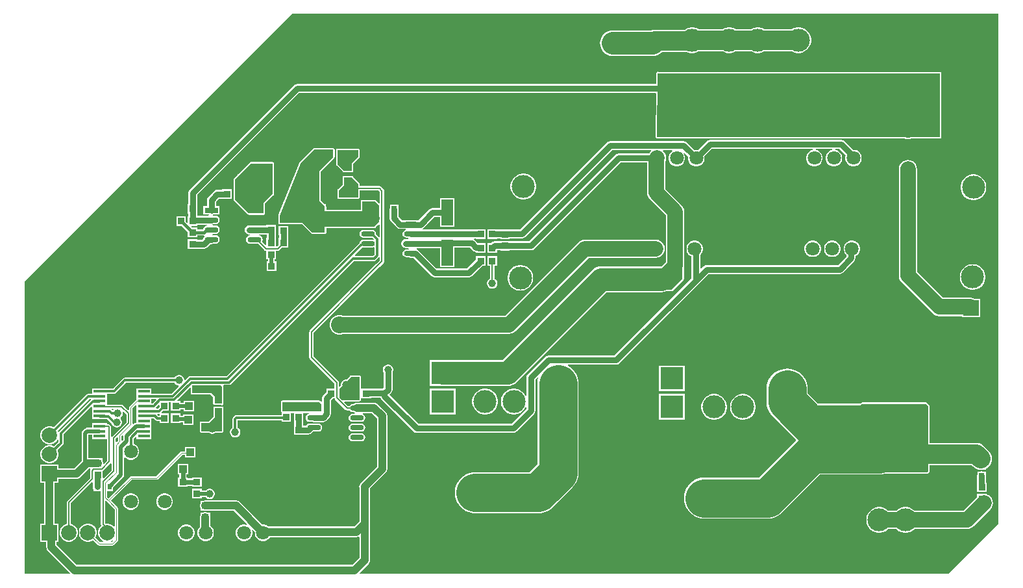
<source format=gbr>
%TF.GenerationSoftware,Altium Limited,Altium Designer,21.0.8 (223)*%
G04 Layer_Physical_Order=1*
G04 Layer_Color=255*
%FSLAX26Y26*%
%MOIN*%
%TF.SameCoordinates,3528F89D-DF25-4B87-B81C-8702AA7ACEB5*%
%TF.FilePolarity,Positive*%
%TF.FileFunction,Copper,L1,Top,Signal*%
%TF.Part,Single*%
G01*
G75*
%TA.AperFunction,SMDPad,CuDef*%
%ADD10R,0.030000X0.030000*%
%ADD11R,0.035433X0.035433*%
%ADD12R,0.035433X0.035433*%
%ADD13O,0.070866X0.025591*%
%ADD14R,0.070866X0.025591*%
%ADD15R,0.030000X0.030000*%
%ADD16R,0.027559X0.033465*%
%ADD17R,0.039370X0.039370*%
%ADD18R,0.059055X0.133858*%
%ADD19R,0.070866X0.029528*%
%ADD20O,0.070866X0.029528*%
%ADD21R,0.090551X0.127953*%
%ADD22R,0.039370X0.039370*%
%ADD23R,0.023622X0.031496*%
%ADD24R,0.062992X0.015748*%
%ADD25R,0.092520X0.157480*%
%TA.AperFunction,Conductor*%
%ADD26C,0.011811*%
%ADD27C,0.098425*%
%ADD28C,0.118110*%
%ADD29C,0.003937*%
%ADD30C,0.007874*%
%ADD31C,0.019685*%
%ADD32C,0.023622*%
%ADD33C,0.031496*%
%ADD34C,0.078740*%
%ADD35C,0.039370*%
%ADD36C,0.196850*%
%ADD37C,0.015748*%
%ADD38C,0.007000*%
%TA.AperFunction,ComponentPad*%
%ADD39C,0.062992*%
%ADD40R,0.078740X0.078740*%
%ADD41C,0.078740*%
%ADD42C,0.118110*%
%ADD43O,0.062992X0.090551*%
%ADD44R,0.118110X0.118110*%
%ADD45C,0.086614*%
%ADD46C,0.098425*%
%ADD47C,0.070866*%
%ADD48R,0.070866X0.070866*%
%TA.AperFunction,ViaPad*%
%ADD49C,0.118110*%
%TA.AperFunction,ComponentPad*%
%ADD50R,0.078740X0.078740*%
%TA.AperFunction,ViaPad*%
%ADD51C,0.039370*%
G36*
X1723425Y2006890D02*
Y1938976D01*
X1722441Y1937992D01*
X1625000D01*
Y1973425D01*
Y1974409D01*
X1650591Y2000984D01*
Y2039370D01*
X1690945D01*
X1723425Y2006890D01*
D02*
G37*
G36*
X1831693Y1895669D02*
X1831693Y1812992D01*
X1807087Y1788386D01*
X1737205D01*
Y1812992D01*
X1745079Y1820866D01*
Y1917323D01*
X1810039D01*
X1831693Y1895669D01*
D02*
G37*
G36*
X1595473Y2179134D02*
Y2143701D01*
X1524606Y2072835D01*
Y1919291D01*
X1552165Y1891732D01*
Y1757874D01*
X1489173D01*
X1437992Y1809055D01*
X1319882D01*
Y1844488D01*
X1426181Y2112205D01*
X1497047Y2183071D01*
X1595473D01*
Y2179134D01*
D02*
G37*
G36*
X1807818Y1680123D02*
Y1646183D01*
X1800471Y1638835D01*
X1708268D01*
X1706355Y1643455D01*
X1745074Y1682175D01*
X1750000Y1681195D01*
X1795276D01*
X1802818Y1682695D01*
X1803709Y1682799D01*
X1807818Y1680123D01*
D02*
G37*
G36*
X781796Y983615D02*
X786765Y978647D01*
X792850Y975134D01*
X799636Y973315D01*
X799974D01*
X801887Y968696D01*
X764657Y931466D01*
X661528D01*
Y958772D01*
X584536D01*
Y929024D01*
Y901252D01*
X584099Y901165D01*
X581133Y899183D01*
X549310Y867360D01*
X547327Y864393D01*
X546631Y860894D01*
Y848073D01*
X542012Y846160D01*
X515444Y872728D01*
X511971Y875048D01*
X507874Y875863D01*
X433181D01*
Y903433D01*
Y930740D01*
X469488D01*
X474524Y931741D01*
X478793Y934593D01*
X531041Y986842D01*
X779933D01*
X781796Y983615D01*
D02*
G37*
G36*
X1729331Y900591D02*
X1727362Y898622D01*
X1639764D01*
X1625984Y912402D01*
Y954724D01*
X1688976Y1017716D01*
X1729331D01*
Y900591D01*
D02*
G37*
G36*
X687489Y900529D02*
X667243Y880284D01*
X661528D01*
Y905149D01*
X685575D01*
X687489Y900529D01*
D02*
G37*
G36*
X1024606Y968504D02*
Y879921D01*
X1023622Y878937D01*
X1022638Y879921D01*
X986221D01*
Y916339D01*
X967520Y935039D01*
X870079D01*
X870079Y973425D01*
X872047Y975394D01*
X1017717D01*
X1024606Y968504D01*
D02*
G37*
G36*
X1832730Y1629786D02*
X1834431Y1628646D01*
Y1614965D01*
X1816918Y1597452D01*
X1816918Y1597452D01*
X1816918Y1597452D01*
X1475383Y1255917D01*
X1472965Y1252299D01*
X1472116Y1248032D01*
X1472117Y1248031D01*
Y1119095D01*
X1472116Y1119094D01*
X1472965Y1114827D01*
X1475383Y1111209D01*
X1602148Y984444D01*
Y956803D01*
X1559929D01*
Y940171D01*
X1544623Y924865D01*
X1539595Y917341D01*
X1537830Y908465D01*
Y893166D01*
X1533211Y891253D01*
X1530637Y893826D01*
X1528322Y895373D01*
X1525591Y895917D01*
X1337599Y895917D01*
X1333661D01*
X1332973Y895780D01*
X1329614D01*
Y894494D01*
X1328615Y893826D01*
X1327068Y891511D01*
X1326524Y888779D01*
Y842520D01*
X1327068Y839788D01*
X1328615Y837473D01*
X1329614Y836474D01*
Y822213D01*
X1098454D01*
X1093419Y821212D01*
X1089150Y818360D01*
X1082231Y811441D01*
X1079379Y807172D01*
X1078377Y802136D01*
Y756484D01*
X1075150Y754621D01*
X1070182Y749653D01*
X1066669Y743568D01*
X1064851Y736781D01*
Y729755D01*
X1066669Y722968D01*
X1070182Y716883D01*
X1075150Y711914D01*
X1081236Y708401D01*
X1088022Y706583D01*
X1095049D01*
X1101835Y708401D01*
X1107920Y711914D01*
X1112889Y716883D01*
X1116402Y722968D01*
X1118220Y729755D01*
Y736781D01*
X1116402Y743568D01*
X1112889Y749653D01*
X1107920Y754621D01*
X1104694Y756484D01*
Y795897D01*
X1329614D01*
Y787291D01*
X1379047D01*
Y832430D01*
X1392606D01*
Y787291D01*
X1394129D01*
Y769795D01*
X1392606D01*
Y720362D01*
X1442039D01*
Y721885D01*
X1466929D01*
X1475805Y723651D01*
X1483330Y728678D01*
X1491948Y737297D01*
X1518700D01*
X1526424Y738834D01*
X1532972Y743209D01*
X1537347Y749757D01*
X1538884Y757480D01*
X1537347Y765204D01*
X1532972Y771752D01*
X1526424Y776127D01*
X1518700Y777663D01*
X1476668D01*
X1476378Y777721D01*
X1476087Y777663D01*
X1473425D01*
X1465701Y776127D01*
X1459153Y771752D01*
X1456829Y768273D01*
X1442039D01*
Y769795D01*
X1440516D01*
Y787291D01*
X1442039D01*
Y832430D01*
X1471758D01*
X1472250Y827430D01*
X1465701Y826127D01*
X1459153Y821752D01*
X1454778Y815204D01*
X1453242Y807480D01*
X1454778Y799757D01*
X1459153Y793209D01*
X1465701Y788834D01*
X1473425Y787297D01*
X1485324D01*
X1487187Y786052D01*
X1496063Y784287D01*
X1542574D01*
X1551450Y786052D01*
X1558974Y791080D01*
X1577424Y809530D01*
X1582452Y817055D01*
X1584217Y825930D01*
Y898858D01*
X1592730Y907370D01*
X1602595D01*
X1602996Y905352D01*
X1605414Y901735D01*
X1658734Y848414D01*
X1658734Y848414D01*
X1662352Y845997D01*
X1666620Y845148D01*
X1666620Y845148D01*
X1678330D01*
X1679626Y843209D01*
X1686174Y838834D01*
X1693898Y837297D01*
X1699003D01*
X1703078Y834171D01*
X1706717Y832663D01*
X1705723Y827663D01*
X1693898D01*
X1686174Y826127D01*
X1679626Y821752D01*
X1675251Y815204D01*
X1673714Y807480D01*
X1675251Y799757D01*
X1679626Y793209D01*
X1686174Y788834D01*
X1693898Y787297D01*
X1739173D01*
X1746897Y788834D01*
X1753445Y793209D01*
X1757820Y799757D01*
X1759356Y807480D01*
X1757820Y815204D01*
X1753445Y821752D01*
X1747738Y825565D01*
X1748146Y829441D01*
X1748570Y830565D01*
X1794757D01*
X1819541Y805780D01*
Y556424D01*
X1736970Y473852D01*
X1732692Y468278D01*
X1730003Y461786D01*
X1729086Y454820D01*
X1729975Y448074D01*
Y276595D01*
X1702736Y249356D01*
X1263409D01*
X1261291Y251475D01*
X1251615Y257061D01*
X1240823Y259953D01*
X1230867D01*
X1115489Y375331D01*
X1109914Y379609D01*
X1106112Y381184D01*
X1103423Y382298D01*
X1096457Y383215D01*
X937992D01*
X931026Y382298D01*
X927932Y381016D01*
X913276D01*
Y366360D01*
X911994Y363265D01*
X911077Y356299D01*
X911994Y349333D01*
X913276Y346239D01*
Y331583D01*
X927932D01*
X931026Y330301D01*
X937992Y329384D01*
X1085308D01*
X1152186Y262506D01*
X1149597Y258024D01*
X1142398Y259953D01*
X1131225D01*
X1120433Y257061D01*
X1110757Y251475D01*
X1102856Y243574D01*
X1097270Y233898D01*
X1094378Y223106D01*
Y211933D01*
X1097270Y201141D01*
X1102856Y191465D01*
X1110757Y183565D01*
X1120433Y177978D01*
X1131225Y175087D01*
X1142398D01*
X1153190Y177978D01*
X1162866Y183565D01*
X1170766Y191465D01*
X1176352Y201141D01*
X1179244Y211933D01*
Y223106D01*
X1177315Y230306D01*
X1181798Y232894D01*
X1192803Y221889D01*
Y211933D01*
X1195695Y201141D01*
X1201281Y191465D01*
X1209182Y183565D01*
X1218858Y177978D01*
X1229650Y175087D01*
X1240823D01*
X1251615Y177978D01*
X1261291Y183565D01*
X1269191Y191465D01*
X1271535Y195526D01*
X1713884D01*
X1720851Y196443D01*
X1724974Y198151D01*
X1729975Y195231D01*
Y88109D01*
X1694560Y52695D01*
X278676D01*
X175465Y155906D01*
Y172134D01*
X185150D01*
Y264874D01*
X165695D01*
Y475284D01*
X185150D01*
Y494738D01*
X277051D01*
X284018Y495655D01*
X290509Y498344D01*
X296083Y502622D01*
X319229Y525767D01*
X341350Y547888D01*
X347203D01*
X347801Y546446D01*
X348703Y542888D01*
X346735Y539942D01*
X345920Y535846D01*
Y498770D01*
X229635Y382485D01*
X227314Y379012D01*
X226499Y374915D01*
Y263641D01*
X219307Y261714D01*
X208733Y255609D01*
X200100Y246976D01*
X193995Y236402D01*
X190835Y224609D01*
Y212399D01*
X193995Y200606D01*
X200100Y190032D01*
X208733Y181399D01*
X219307Y175294D01*
X231100Y172134D01*
X243310D01*
X255103Y175294D01*
X265677Y181399D01*
X274310Y190032D01*
X280415Y200606D01*
X283575Y212399D01*
Y224609D01*
X280415Y236402D01*
X274310Y246976D01*
X265677Y255609D01*
X255103Y261714D01*
X247911Y263641D01*
Y370480D01*
X355061Y477631D01*
X359680Y475717D01*
Y454725D01*
X361446Y445849D01*
X364063Y441932D01*
Y431977D01*
X380633D01*
X382874Y431531D01*
X385115Y431977D01*
X401685D01*
X401913Y427071D01*
Y259242D01*
X402728Y255145D01*
X403686Y253712D01*
X396950Y246976D01*
X390845Y236402D01*
X387685Y224609D01*
Y212399D01*
X390845Y200606D01*
X396950Y190032D01*
X405583Y181399D01*
X411697Y177869D01*
X413382Y171207D01*
X412987Y170561D01*
X396504D01*
X374309Y192757D01*
X378840Y200606D01*
X382000Y212399D01*
Y224609D01*
X378840Y236402D01*
X372735Y246976D01*
X364102Y255609D01*
X353528Y261714D01*
X341735Y264874D01*
X329525D01*
X317732Y261714D01*
X307158Y255609D01*
X298525Y246976D01*
X292420Y236402D01*
X289260Y224609D01*
Y212399D01*
X292420Y200606D01*
X298525Y190032D01*
X307158Y181399D01*
X317732Y175294D01*
X329525Y172134D01*
X341735D01*
X353528Y175294D01*
X361377Y179825D01*
X386251Y154951D01*
X389217Y152969D01*
X392717Y152273D01*
X461614D01*
X465113Y152969D01*
X468080Y154951D01*
X488860Y175731D01*
X490842Y178698D01*
X491538Y182197D01*
Y341425D01*
X490842Y344924D01*
X488860Y347891D01*
X453877Y382874D01*
X560382Y489379D01*
X688484D01*
X691983Y490075D01*
X694950Y492058D01*
X819732Y616840D01*
X833552D01*
Y605205D01*
X886922D01*
Y658575D01*
X833552D01*
Y635129D01*
X815945D01*
X812446Y634432D01*
X809479Y632450D01*
X684697Y507668D01*
X556594D01*
X553095Y506972D01*
X550129Y504989D01*
X440945Y395806D01*
X434231Y402520D01*
Y431977D01*
X464677D01*
Y449250D01*
X516080Y500653D01*
X519802Y506224D01*
X521110Y512795D01*
Y601771D01*
X526110Y603842D01*
X530048Y599903D01*
X539724Y594317D01*
X550516Y591425D01*
X561689D01*
X572481Y594317D01*
X582157Y599903D01*
X590057Y607804D01*
X595644Y617480D01*
X598535Y628272D01*
Y639445D01*
X595644Y650237D01*
X590057Y659913D01*
X582157Y667813D01*
X572481Y673400D01*
X569261Y674262D01*
Y698824D01*
X579916Y709480D01*
X584536Y707567D01*
Y698709D01*
X661528D01*
Y724299D01*
Y749890D01*
Y775481D01*
Y802787D01*
X675653D01*
X682625Y795814D01*
X686894Y792962D01*
X691930Y791960D01*
X702646D01*
Y780402D01*
X752079D01*
Y829835D01*
X714766D01*
X712695Y834835D01*
X721254Y843394D01*
X752079D01*
Y886338D01*
X761701D01*
Y843394D01*
X811134D01*
Y850938D01*
X826662D01*
Y841425D01*
X880032D01*
Y894795D01*
X826662D01*
Y885283D01*
X811134D01*
Y892827D01*
X796371D01*
X794458Y897446D01*
X858322Y961311D01*
X862942Y959397D01*
X862942Y935039D01*
X863485Y932308D01*
X864064Y931442D01*
Y928039D01*
X869390D01*
X870079Y927902D01*
X964563D01*
X979083Y913382D01*
Y879921D01*
X979627Y877190D01*
X980205Y876325D01*
Y872921D01*
X985531D01*
X986221Y872784D01*
X1020231D01*
X1020891Y872343D01*
X1023622Y871800D01*
X1026353Y872343D01*
X1027219Y872921D01*
X1029638D01*
Y874859D01*
X1029653Y874875D01*
X1031200Y877190D01*
X1031744Y879921D01*
Y968504D01*
X1031266Y970905D01*
X1031278Y971361D01*
X1034094Y975905D01*
X1061898D01*
X1066933Y976906D01*
X1071202Y979759D01*
X1703962Y1612519D01*
X1805921D01*
X1810957Y1613520D01*
X1815226Y1616373D01*
X1829431Y1630579D01*
X1832730Y1629786D01*
D02*
G37*
G36*
X702646Y871937D02*
Y862003D01*
X695337Y854694D01*
X685941D01*
X683870Y859694D01*
X698026Y873850D01*
X702646Y871937D01*
D02*
G37*
G36*
X467484Y849746D02*
X465886Y847335D01*
X460657Y846754D01*
X457959Y849452D01*
X459922Y854452D01*
X465256D01*
X467484Y849746D01*
D02*
G37*
G36*
X1525591Y888779D02*
X1535433Y878937D01*
X1535433Y844488D01*
X1530512Y839567D01*
X1336614D01*
X1333661Y842520D01*
Y888779D01*
X1337599D01*
X1525591Y888779D01*
D02*
G37*
G36*
X702646Y826852D02*
Y818277D01*
X697380D01*
X692279Y823377D01*
X694350Y828377D01*
X700787D01*
X702646Y826852D01*
D02*
G37*
G36*
X584536Y870189D02*
Y826662D01*
Y781062D01*
X583547D01*
X576975Y779755D01*
X571404Y776033D01*
X569920Y774548D01*
X564920Y776619D01*
Y857106D01*
X579916Y872102D01*
X584536Y870189D01*
D02*
G37*
G36*
X351526Y900149D02*
X351382Y900053D01*
X188530Y737201D01*
X187404Y735515D01*
X181990Y736402D01*
X179536Y740652D01*
X344033Y905149D01*
X350009D01*
X351526Y900149D01*
D02*
G37*
G36*
X516447Y715032D02*
X516182Y713697D01*
Y693516D01*
X512538Y690573D01*
X508160Y692456D01*
Y713816D01*
X511839Y717495D01*
X516447Y715032D01*
D02*
G37*
G36*
X489872Y704419D02*
Y689811D01*
X482845Y682784D01*
X478225Y684698D01*
Y699306D01*
X485252Y706332D01*
X489872Y704419D01*
D02*
G37*
G36*
X356189Y698709D02*
X433181D01*
X434176Y694121D01*
Y587026D01*
X418287Y571137D01*
X413551Y573472D01*
X413726Y574803D01*
X412809Y581770D01*
X411528Y584864D01*
Y599520D01*
X396872D01*
X393777Y600802D01*
X386811Y601719D01*
X338039D01*
Y720529D01*
X339511Y722001D01*
X356189D01*
Y698709D01*
D02*
G37*
G36*
X454402Y573917D02*
X456814Y572550D01*
Y538688D01*
X416147Y498021D01*
X411528Y499935D01*
Y534860D01*
X413825Y536395D01*
X451814Y574384D01*
X454402Y573917D01*
D02*
G37*
G36*
X5012371Y262942D02*
X4755758Y6330D01*
X1731394D01*
X1729323Y11330D01*
X1775922Y57929D01*
X1780199Y63503D01*
X1782888Y69995D01*
X1783805Y76961D01*
Y247047D01*
Y265447D01*
Y444560D01*
X1865489Y526244D01*
X1869766Y531818D01*
X1872455Y538309D01*
X1873372Y545275D01*
Y816929D01*
X1872455Y823895D01*
X1869766Y830387D01*
X1865489Y835961D01*
X1824150Y877300D01*
X1818576Y881577D01*
X1812084Y884266D01*
X1805118Y885183D01*
X1799138Y884396D01*
X1716535D01*
X1709569Y883479D01*
X1703078Y880790D01*
X1699003Y877663D01*
X1693898D01*
X1686174Y876127D01*
X1679626Y871752D01*
X1676752Y867451D01*
X1671238D01*
X1651823Y886866D01*
X1653737Y891485D01*
X1727362D01*
X1730094Y892028D01*
X1732409Y893575D01*
X1734378Y895544D01*
X1735925Y897859D01*
X1736468Y900591D01*
Y906316D01*
X1741031Y907370D01*
X1741468Y907370D01*
X1790464D01*
Y909877D01*
X1837282D01*
X1842118Y902640D01*
X2007222Y737537D01*
X2014746Y732509D01*
X2023622Y730743D01*
X2519685D01*
X2528561Y732509D01*
X2536086Y737537D01*
X2626147Y827598D01*
X2631175Y835123D01*
X2632940Y843999D01*
Y1003788D01*
X2644336Y1015183D01*
X2648868Y1012645D01*
X2645551Y998827D01*
X2644249Y982284D01*
Y569394D01*
X2603834Y528980D01*
X2325787D01*
X2309244Y527678D01*
X2293109Y523804D01*
X2277778Y517453D01*
X2263628Y508783D01*
X2251010Y498006D01*
X2240233Y485387D01*
X2231562Y471238D01*
X2225212Y455907D01*
X2221338Y439772D01*
X2220036Y423228D01*
X2221338Y406685D01*
X2225212Y390550D01*
X2231562Y375218D01*
X2240233Y361069D01*
X2251010Y348451D01*
X2263628Y337674D01*
X2277778Y329003D01*
X2293109Y322653D01*
X2309244Y318779D01*
X2325787Y317477D01*
X2647638D01*
X2664181Y318779D01*
X2680317Y322653D01*
X2695648Y329003D01*
X2709797Y337674D01*
X2722415Y348451D01*
X2824778Y450813D01*
X2835555Y463432D01*
X2844225Y477580D01*
X2850575Y492912D01*
X2854449Y509048D01*
X2855751Y525591D01*
Y982284D01*
X2854449Y998827D01*
X2850575Y1014962D01*
X2844225Y1030293D01*
X2835555Y1044443D01*
X2824778Y1057061D01*
X2812159Y1067838D01*
X2800043Y1075263D01*
X2801453Y1080263D01*
X3048339D01*
X3057215Y1082029D01*
X3064739Y1087056D01*
X3479491Y1501808D01*
X3522403Y1544720D01*
X4195866D01*
X4204742Y1546485D01*
X4212267Y1551513D01*
X4270439Y1609685D01*
X4275467Y1617210D01*
X4277232Y1626086D01*
Y1636808D01*
X4284913Y1641242D01*
X4292813Y1649142D01*
X4298400Y1658818D01*
X4301291Y1669611D01*
Y1680783D01*
X4298400Y1691575D01*
X4292813Y1701251D01*
X4284913Y1709152D01*
X4275237Y1714738D01*
X4264445Y1717630D01*
X4253272D01*
X4242480Y1714738D01*
X4232804Y1709152D01*
X4224903Y1701251D01*
X4219317Y1691575D01*
X4216425Y1680783D01*
Y1669611D01*
X4219317Y1658818D01*
X4224903Y1649142D01*
X4230845Y1643201D01*
Y1635693D01*
X4186259Y1591107D01*
X3512796D01*
X3503920Y1589342D01*
X3496395Y1584314D01*
X3484897Y1572815D01*
X3480277Y1574729D01*
Y1643693D01*
X3485727Y1649142D01*
X3491313Y1658818D01*
X3494205Y1669611D01*
Y1680783D01*
X3491313Y1691575D01*
X3485727Y1701251D01*
X3477826Y1709152D01*
X3468150Y1714738D01*
X3457358Y1717630D01*
X3446185D01*
X3435393Y1714738D01*
X3425717Y1709152D01*
X3417817Y1701251D01*
X3412230Y1691575D01*
X3409339Y1680783D01*
Y1669611D01*
X3412230Y1658818D01*
X3417817Y1649142D01*
X3425717Y1641242D01*
X3433890Y1636524D01*
Y1524216D01*
X3434289Y1522208D01*
X3038732Y1126650D01*
X2699809D01*
X2690933Y1124885D01*
X2683408Y1119857D01*
X2593346Y1029795D01*
X2588318Y1022271D01*
X2586553Y1013395D01*
Y922119D01*
X2581553Y921125D01*
X2581175Y922037D01*
X2573946Y932856D01*
X2564746Y942056D01*
X2553927Y949285D01*
X2541905Y954265D01*
X2529144Y956803D01*
X2516132D01*
X2503370Y954265D01*
X2491349Y949285D01*
X2480530Y942056D01*
X2471330Y932856D01*
X2464101Y922037D01*
X2459121Y910016D01*
X2456583Y897254D01*
Y884242D01*
X2459121Y871480D01*
X2464101Y859459D01*
X2471330Y848640D01*
X2480530Y839440D01*
X2491349Y832211D01*
X2503370Y827231D01*
X2516132Y824693D01*
X2529144D01*
X2541905Y827231D01*
X2553927Y832211D01*
X2564746Y839440D01*
X2573946Y848640D01*
X2581175Y859459D01*
X2581553Y860371D01*
X2586553Y859377D01*
Y853606D01*
X2510078Y777131D01*
X2033229D01*
X1884304Y926056D01*
X1893369Y935120D01*
X1898397Y942645D01*
X1900162Y951521D01*
Y1040937D01*
X1901835Y1043834D01*
X1903654Y1050621D01*
Y1057647D01*
X1901835Y1064434D01*
X1898322Y1070519D01*
X1893354Y1075487D01*
X1887269Y1079000D01*
X1880482Y1080819D01*
X1873455D01*
X1866669Y1079000D01*
X1860584Y1075487D01*
X1855615Y1070519D01*
X1852102Y1064434D01*
X1850284Y1057647D01*
Y1050621D01*
X1852102Y1043834D01*
X1853775Y1040937D01*
Y961128D01*
X1848911Y956265D01*
X1790464D01*
Y956803D01*
X1741468D01*
X1741031Y956803D01*
X1736468Y957857D01*
Y1017716D01*
X1735925Y1020448D01*
X1734378Y1022763D01*
X1732062Y1024310D01*
X1729331Y1024854D01*
X1688976D01*
X1686245Y1024310D01*
X1685380Y1023732D01*
X1681976D01*
Y1020810D01*
X1665154Y1003987D01*
X1664931Y1004047D01*
X1657904D01*
X1651117Y1002229D01*
X1645032Y998716D01*
X1640064Y993747D01*
X1636551Y987662D01*
X1634732Y980875D01*
Y973849D01*
X1634792Y973626D01*
X1629070Y967903D01*
X1624450Y969817D01*
Y989063D01*
X1624450Y989063D01*
X1623601Y993331D01*
X1621184Y996948D01*
X1494419Y1123714D01*
Y1243412D01*
X1832688Y1581681D01*
X1832688Y1581682D01*
X1853468Y1602461D01*
X1853468Y1602461D01*
X1855885Y1606079D01*
X1856734Y1610346D01*
X1856734Y1610347D01*
Y1972331D01*
X1855885Y1976598D01*
X1853468Y1980216D01*
X1853468Y1980216D01*
X1840562Y1993121D01*
X1836945Y1995539D01*
X1832677Y1996388D01*
X1832677Y1996388D01*
X1730562D01*
Y2006890D01*
X1730019Y2009621D01*
X1728472Y2011936D01*
X1696961Y2043448D01*
Y2046370D01*
X1691634D01*
X1690945Y2046507D01*
X1670984D01*
X1670276Y2046600D01*
X1669568Y2046507D01*
X1650591D01*
X1649901Y2046370D01*
X1643591D01*
Y2040060D01*
X1643454Y2039370D01*
Y2020392D01*
X1643360Y2019685D01*
X1643454Y2018978D01*
Y2003862D01*
X1621832Y1981409D01*
X1618000D01*
Y1975099D01*
X1617863Y1974409D01*
Y1937992D01*
X1618000Y1937303D01*
Y1931976D01*
X1621404D01*
X1622269Y1931398D01*
X1625000Y1930855D01*
X1722441D01*
X1725172Y1931398D01*
X1727253Y1932788D01*
X1727768D01*
Y1933226D01*
X1728472Y1933930D01*
X1730019Y1936245D01*
X1730562Y1938976D01*
Y1974085D01*
X1828058D01*
X1834431Y1967712D01*
Y1909557D01*
X1829812Y1907644D01*
X1815086Y1922370D01*
X1812771Y1923917D01*
X1810039Y1924460D01*
X1745079D01*
X1744390Y1924323D01*
X1738079D01*
Y1918013D01*
X1737942Y1917323D01*
Y1875510D01*
X1559303D01*
Y1891732D01*
X1558759Y1894464D01*
X1557212Y1896779D01*
X1557197Y1896794D01*
Y1902669D01*
X1551322D01*
X1531744Y1922248D01*
Y2069878D01*
X1600519Y2138654D01*
X1600529Y2138669D01*
X1602472D01*
Y2143011D01*
X1602610Y2143701D01*
Y2183071D01*
X1602472Y2183761D01*
Y2188102D01*
X1600529D01*
X1600519Y2188118D01*
X1598204Y2189665D01*
X1595473Y2190208D01*
X1497047D01*
X1494316Y2189665D01*
X1492001Y2188118D01*
X1423088Y2119205D01*
X1421150D01*
Y2117267D01*
X1421134Y2117251D01*
X1421105Y2117207D01*
X1421061Y2117176D01*
X1420334Y2116054D01*
X1419587Y2114936D01*
X1419577Y2114883D01*
X1419548Y2114838D01*
X1314982Y1851488D01*
X1314850D01*
Y1851156D01*
X1313249Y1847122D01*
X1313007Y1845804D01*
X1312745Y1844488D01*
Y1809055D01*
X1313288Y1806324D01*
X1314835Y1804008D01*
X1314850Y1803998D01*
Y1802055D01*
X1319192D01*
X1319882Y1801918D01*
X1435036D01*
X1484127Y1752827D01*
X1486442Y1751280D01*
X1489173Y1750737D01*
X1552165D01*
X1554897Y1751280D01*
X1557212Y1752827D01*
X1558759Y1755143D01*
X1559303Y1757874D01*
Y1781970D01*
X1730205D01*
Y1781583D01*
X1735526D01*
X1737205Y1781249D01*
X1807087D01*
X1808765Y1781583D01*
X1815071D01*
Y1786277D01*
X1821391Y1792597D01*
X1825394Y1795669D01*
X1828347Y1798621D01*
X1829431Y1800034D01*
X1834431Y1798337D01*
Y1737764D01*
X1832730Y1736623D01*
X1829431Y1735831D01*
X1815197Y1750065D01*
X1815459Y1751378D01*
X1813922Y1759102D01*
X1809547Y1765649D01*
X1802999Y1770025D01*
X1795276Y1771561D01*
X1750000D01*
X1742276Y1770025D01*
X1735729Y1765649D01*
X1731353Y1759102D01*
X1729817Y1751378D01*
X1731353Y1743654D01*
X1735729Y1737106D01*
X1742276Y1732731D01*
X1750000Y1731195D01*
X1795276D01*
X1796589Y1731456D01*
X1802903Y1725142D01*
X1800440Y1720534D01*
X1795276Y1721561D01*
X1750000D01*
X1742276Y1720025D01*
X1735729Y1715649D01*
X1731353Y1709102D01*
X1730423Y1704426D01*
X1729475Y1703792D01*
X1046715Y1021032D01*
X859674D01*
X854639Y1020031D01*
X850370Y1017178D01*
X834454Y1001262D01*
X829835Y1003176D01*
Y1003513D01*
X828016Y1010300D01*
X824503Y1016385D01*
X819535Y1021353D01*
X813450Y1024867D01*
X806663Y1026685D01*
X799636D01*
X792850Y1024867D01*
X786765Y1021353D01*
X781796Y1016385D01*
X779933Y1013158D01*
X525591D01*
X520555Y1012157D01*
X516286Y1009304D01*
X464038Y957056D01*
X433181D01*
Y958772D01*
X356189D01*
Y931466D01*
X338583D01*
X333547Y930464D01*
X329279Y927611D01*
X160928Y759260D01*
X156678Y761714D01*
X144884Y764874D01*
X132675D01*
X120881Y761714D01*
X110308Y755609D01*
X101674Y746976D01*
X95570Y736402D01*
X92409Y724609D01*
Y712399D01*
X95570Y700606D01*
X101674Y690032D01*
X110308Y681399D01*
X120881Y675294D01*
X132675Y672134D01*
X144884D01*
X156678Y675294D01*
X167251Y681399D01*
X175885Y690032D01*
X179676Y696599D01*
X184676Y695259D01*
Y684584D01*
X160928Y660835D01*
X156678Y663289D01*
X144884Y666449D01*
X132675D01*
X120881Y663289D01*
X110308Y657184D01*
X101674Y648551D01*
X95570Y637977D01*
X92409Y626183D01*
Y613974D01*
X95570Y602181D01*
X101674Y591607D01*
X110308Y582973D01*
X120881Y576869D01*
X132675Y573709D01*
X144884D01*
X156678Y576869D01*
X167251Y582973D01*
X175885Y591607D01*
X181990Y602181D01*
X185150Y613974D01*
Y626183D01*
X181990Y637977D01*
X179536Y642227D01*
X207139Y669830D01*
X209991Y674098D01*
X210993Y679134D01*
Y722447D01*
X351570Y863023D01*
X356189Y861110D01*
Y826662D01*
Y801071D01*
X395383D01*
X396654Y800818D01*
X435495D01*
X457737Y778576D01*
X458754Y774780D01*
X462267Y768695D01*
X467236Y763727D01*
X473321Y760214D01*
X480108Y758395D01*
X487134D01*
X493921Y760214D01*
X500006Y763727D01*
X504974Y768695D01*
X508487Y774780D01*
X510306Y781567D01*
Y788593D01*
X508487Y795380D01*
X504974Y801465D01*
X503224Y803215D01*
X504047Y809464D01*
X504726Y809856D01*
X509694Y814824D01*
X513207Y820909D01*
X515026Y827696D01*
Y834722D01*
X514634Y836187D01*
X519116Y838775D01*
X532601Y825290D01*
Y783962D01*
X460588Y711948D01*
X457999Y712415D01*
X455588Y713782D01*
Y760663D01*
X454773Y764760D01*
X452452Y768233D01*
X448351Y772334D01*
X444878Y774655D01*
X440781Y775470D01*
X433181D01*
Y779638D01*
X356189D01*
Y756346D01*
X332397D01*
X325826Y755039D01*
X320255Y751316D01*
X308723Y739785D01*
X305001Y734214D01*
X303694Y727642D01*
Y586360D01*
X281165Y563831D01*
X265903Y548569D01*
X185150D01*
Y568024D01*
X92409D01*
Y475284D01*
X111864D01*
Y264874D01*
X92409D01*
Y172134D01*
X121634D01*
Y144757D01*
X122551Y137791D01*
X125240Y131300D01*
X129518Y125725D01*
X243913Y11330D01*
X241842Y6330D01*
X9282D01*
Y1503790D01*
X1384989Y2879497D01*
X5012371D01*
X5012371Y262942D01*
D02*
G37*
G36*
X434479Y376409D02*
X434479Y376408D01*
X473250Y337637D01*
Y251958D01*
X468250Y249887D01*
X462527Y255609D01*
X451953Y261714D01*
X440160Y264874D01*
X427951D01*
X423324Y268811D01*
Y381031D01*
X427943Y382944D01*
X434479Y376409D01*
D02*
G37*
G36*
X463386Y176121D02*
X459303Y172037D01*
X455065Y172534D01*
X456414Y177869D01*
X460316Y180122D01*
X463386Y176121D01*
D02*
G37*
%LPC*%
G36*
X811134Y829835D02*
X761701D01*
Y780402D01*
X811134D01*
Y784009D01*
X824693D01*
Y770559D01*
X878063D01*
Y823929D01*
X824693D01*
Y818354D01*
X811134D01*
Y829835D01*
D02*
G37*
G36*
X1739173Y777663D02*
X1693898D01*
X1686174Y776127D01*
X1679626Y771752D01*
X1675251Y765204D01*
X1673714Y757480D01*
X1675251Y749757D01*
X1679626Y743209D01*
X1686174Y738834D01*
X1693898Y737297D01*
X1739173D01*
X1746897Y738834D01*
X1753445Y743209D01*
X1757820Y749757D01*
X1759356Y757480D01*
X1757820Y765204D01*
X1753445Y771752D01*
X1746897Y776127D01*
X1739173Y777663D01*
D02*
G37*
G36*
X1023622Y863710D02*
X987205D01*
X985142Y863299D01*
X980205D01*
Y857262D01*
X980068Y856572D01*
X980068Y812996D01*
X953737Y786665D01*
X918307D01*
X917615Y786527D01*
X911307D01*
Y780217D01*
X911170Y779528D01*
Y739173D01*
X911307Y738484D01*
Y733157D01*
X914230D01*
X914245Y733142D01*
X916560Y731595D01*
X919291Y731052D01*
X956604D01*
X957040Y730615D01*
X963125Y727102D01*
X969912Y725284D01*
X976938D01*
X983725Y727102D01*
X989810Y730615D01*
X990247Y731052D01*
X1023622D01*
X1026353Y731595D01*
X1028669Y733142D01*
X1030216Y735458D01*
X1030759Y738189D01*
Y856572D01*
X1030216Y859304D01*
X1029638Y860169D01*
Y863299D01*
X1025685D01*
X1023622Y863710D01*
D02*
G37*
G36*
X1739173Y727663D02*
X1693898D01*
X1686174Y726127D01*
X1679626Y721752D01*
X1675251Y715204D01*
X1673714Y707480D01*
X1675251Y699757D01*
X1679626Y693209D01*
X1686174Y688834D01*
X1693898Y687297D01*
X1739173D01*
X1746897Y688834D01*
X1753445Y693209D01*
X1757820Y699757D01*
X1759356Y707480D01*
X1757820Y715204D01*
X1753445Y721752D01*
X1746897Y726127D01*
X1739173Y727663D01*
D02*
G37*
G36*
X849520Y571961D02*
X796150D01*
Y518591D01*
X803655D01*
Y502079D01*
X798118D01*
Y452646D01*
X847551D01*
Y458183D01*
X870953D01*
Y452646D01*
X920386D01*
Y502079D01*
X870953D01*
Y496542D01*
X847551D01*
Y502079D01*
X842014D01*
Y518591D01*
X849520D01*
Y571961D01*
D02*
G37*
G36*
X964143Y443024D02*
X957117D01*
X950330Y441205D01*
X944245Y437692D01*
X941048Y434495D01*
X920386D01*
Y443024D01*
X870953D01*
Y393591D01*
X920386D01*
Y400150D01*
X939163D01*
X939277Y399954D01*
X944245Y394985D01*
X950330Y391472D01*
X957117Y389654D01*
X964143D01*
X970930Y391472D01*
X977015Y394985D01*
X981983Y399954D01*
X985496Y406039D01*
X987315Y412825D01*
Y419852D01*
X985496Y426639D01*
X981983Y432724D01*
X977015Y437692D01*
X970930Y441205D01*
X964143Y443024D01*
D02*
G37*
G36*
X734917Y420386D02*
X723744D01*
X712952Y417494D01*
X703276Y411908D01*
X695376Y404007D01*
X689789Y394331D01*
X686898Y383539D01*
Y372366D01*
X689789Y361574D01*
X695376Y351898D01*
X703276Y343998D01*
X712952Y338411D01*
X723744Y335520D01*
X734917D01*
X745709Y338411D01*
X755385Y343998D01*
X763286Y351898D01*
X768872Y361574D01*
X771764Y372366D01*
Y383539D01*
X768872Y394331D01*
X763286Y404007D01*
X755385Y411908D01*
X745709Y417494D01*
X734917Y420386D01*
D02*
G37*
G36*
X561689D02*
X550516D01*
X539724Y417494D01*
X530048Y411908D01*
X522148Y404007D01*
X516561Y394331D01*
X513669Y383539D01*
Y372366D01*
X516561Y361574D01*
X522148Y351898D01*
X530048Y343998D01*
X539724Y338411D01*
X550516Y335520D01*
X561689D01*
X572481Y338411D01*
X582157Y343998D01*
X590057Y351898D01*
X595644Y361574D01*
X598535Y372366D01*
Y383539D01*
X595644Y394331D01*
X590057Y404007D01*
X582157Y411908D01*
X572481Y417494D01*
X561689Y420386D01*
D02*
G37*
G36*
X937992Y324159D02*
X931026Y323242D01*
X927932Y321961D01*
X913276D01*
Y307305D01*
X911994Y304210D01*
X911077Y297244D01*
Y248645D01*
X906006Y243574D01*
X900419Y233898D01*
X897528Y223106D01*
Y211933D01*
X900419Y201141D01*
X906006Y191465D01*
X913906Y183565D01*
X923582Y177978D01*
X934374Y175087D01*
X945547D01*
X956339Y177978D01*
X966015Y183565D01*
X973916Y191465D01*
X979502Y201141D01*
X982394Y211933D01*
Y223106D01*
X979502Y233898D01*
X973916Y243574D01*
X966015Y251475D01*
X964908Y252114D01*
Y297244D01*
X963990Y304210D01*
X962709Y307305D01*
Y321961D01*
X948053D01*
X944958Y323242D01*
X937992Y324159D01*
D02*
G37*
G36*
X847122Y259953D02*
X835949D01*
X825157Y257061D01*
X815481Y251475D01*
X807581Y243574D01*
X801994Y233898D01*
X799102Y223106D01*
Y211933D01*
X801994Y201141D01*
X807581Y191465D01*
X815481Y183565D01*
X825157Y177978D01*
X835949Y175087D01*
X847122D01*
X857914Y177978D01*
X867590Y183565D01*
X875490Y191465D01*
X881077Y201141D01*
X883968Y211933D01*
Y223106D01*
X881077Y233898D01*
X875490Y243574D01*
X867590Y251475D01*
X857914Y257061D01*
X847122Y259953D01*
D02*
G37*
%LPD*%
G36*
X1023622Y738189D02*
X919291D01*
X918307Y739173D01*
Y779528D01*
X956693D01*
X987205Y810039D01*
X987205Y856572D01*
X1023622D01*
Y738189D01*
D02*
G37*
%LPC*%
G36*
X3989774Y2811134D02*
X3976762D01*
X3964000Y2808595D01*
X3951979Y2803616D01*
X3949226Y2801776D01*
X3809633D01*
X3806879Y2803616D01*
X3794858Y2808595D01*
X3782097Y2811134D01*
X3769085D01*
X3756323Y2808595D01*
X3744302Y2803616D01*
X3741549Y2801776D01*
X3662979D01*
X3660226Y2803616D01*
X3648205Y2808595D01*
X3635443Y2811134D01*
X3622431D01*
X3609669Y2808595D01*
X3597648Y2803616D01*
X3594895Y2801776D01*
X3473018D01*
X3470265Y2803616D01*
X3458244Y2808595D01*
X3445482Y2811134D01*
X3432470D01*
X3419709Y2808595D01*
X3407688Y2803616D01*
X3399298Y2798010D01*
X3246234D01*
X3231559Y2796078D01*
X3230660Y2795705D01*
X3031496D01*
X3018547Y2794430D01*
X3006096Y2790653D01*
X2994620Y2784519D01*
X2984562Y2776265D01*
X2976308Y2766206D01*
X2970174Y2754731D01*
X2966397Y2742280D01*
X2965121Y2729331D01*
X2966397Y2716382D01*
X2970174Y2703930D01*
X2976308Y2692455D01*
X2984562Y2682397D01*
X2994620Y2674142D01*
X3006096Y2668008D01*
X3018547Y2664231D01*
X3031496Y2662956D01*
X3234252D01*
X3247201Y2664231D01*
X3259653Y2668008D01*
X3271128Y2674142D01*
X3281186Y2682397D01*
X3283006Y2684615D01*
X3412340D01*
X3419709Y2681562D01*
X3432470Y2679024D01*
X3445482D01*
X3458244Y2681562D01*
X3470265Y2686541D01*
X3473018Y2688381D01*
X3594895D01*
X3597648Y2686541D01*
X3609669Y2681562D01*
X3622431Y2679024D01*
X3635443D01*
X3648205Y2681562D01*
X3660226Y2686541D01*
X3662979Y2688381D01*
X3741549D01*
X3744302Y2686541D01*
X3756323Y2681562D01*
X3769085Y2679024D01*
X3782097D01*
X3794858Y2681562D01*
X3806879Y2686541D01*
X3809633Y2688381D01*
X3949226D01*
X3951979Y2686541D01*
X3964000Y2681562D01*
X3976762Y2679024D01*
X3989774D01*
X4002535Y2681562D01*
X4014557Y2686541D01*
X4025375Y2693770D01*
X4034576Y2702971D01*
X4041805Y2713790D01*
X4046784Y2725811D01*
X4049323Y2738573D01*
Y2751585D01*
X4046784Y2764346D01*
X4041805Y2776367D01*
X4034576Y2787186D01*
X4025375Y2796387D01*
X4014557Y2803616D01*
X4002535Y2808595D01*
X3989774Y2811134D01*
D02*
G37*
G36*
X3261811Y2582925D02*
X3260467Y2582657D01*
X3259136Y2582404D01*
X3259110Y2582387D01*
X3259080Y2582381D01*
X3257941Y2581620D01*
X3256807Y2580877D01*
X3256790Y2580851D01*
X3256764Y2580834D01*
X3256005Y2579698D01*
X3255241Y2578575D01*
X3255234Y2578544D01*
X3255217Y2578519D01*
X3254951Y2577180D01*
X3254674Y2575848D01*
X3254202Y2520241D01*
X1409449D01*
X1400573Y2518476D01*
X1393049Y2513448D01*
X857615Y1978015D01*
X852588Y1970490D01*
X850822Y1961614D01*
Y1904638D01*
X848315D01*
Y1855205D01*
X849838D01*
Y1841646D01*
X848315D01*
Y1810571D01*
X843696Y1808657D01*
X838693Y1813660D01*
Y1841646D01*
X789260D01*
Y1792213D01*
X817246D01*
X848315Y1761143D01*
Y1733158D01*
X897748D01*
Y1742709D01*
X930720D01*
X930720Y1742708D01*
X931507Y1742865D01*
X933458Y1738155D01*
X933128Y1737935D01*
X928318Y1730736D01*
X927784Y1728050D01*
X921746Y1722013D01*
X897748D01*
Y1723535D01*
X848315D01*
Y1674102D01*
X897748D01*
Y1675625D01*
X931353D01*
X940229Y1677391D01*
X947754Y1682418D01*
X964386Y1699050D01*
X969488D01*
X974533Y1700054D01*
X990157D01*
X998649Y1701743D01*
X1005848Y1706553D01*
X1010659Y1713752D01*
X1012348Y1722244D01*
X1010659Y1730736D01*
X1005848Y1737935D01*
X998649Y1742745D01*
X990157Y1744434D01*
X976325D01*
X975585Y1745054D01*
X977401Y1750054D01*
X990157D01*
X998649Y1751743D01*
X1005848Y1756553D01*
X1010659Y1763752D01*
X1012348Y1772244D01*
X1010659Y1780736D01*
X1005848Y1787935D01*
X998649Y1792745D01*
X990157Y1794434D01*
X977401D01*
X975585Y1799434D01*
X976325Y1800054D01*
X990157D01*
X998649Y1801743D01*
X1005848Y1806553D01*
X1010659Y1813752D01*
X1012348Y1822244D01*
X1010659Y1830736D01*
X1005848Y1837935D01*
X998649Y1842745D01*
X990157Y1844434D01*
X978234D01*
X976555Y1849434D01*
X977937Y1850480D01*
X1011921D01*
Y1894008D01*
X992682D01*
Y1915590D01*
X1008623Y1931531D01*
X1025480D01*
Y1930008D01*
X1074913D01*
Y1979441D01*
X1025480D01*
Y1977918D01*
X999016D01*
X990140Y1976153D01*
X982615Y1971125D01*
X953088Y1941597D01*
X948060Y1934073D01*
X946294Y1925197D01*
Y1894008D01*
X927055D01*
Y1850480D01*
X957493D01*
X957532Y1850438D01*
X955315Y1845438D01*
X896225D01*
Y1855205D01*
X897748D01*
Y1904638D01*
X897210D01*
Y1952007D01*
X1419056Y2473854D01*
X3250257D01*
X3253777Y2470303D01*
X3251889Y2248092D01*
X3251894Y2248062D01*
X3251888Y2248032D01*
X3252154Y2246694D01*
X3252409Y2245356D01*
X3252426Y2245331D01*
X3252432Y2245300D01*
X3253188Y2244168D01*
X3253936Y2243028D01*
X3253962Y2243010D01*
X3253979Y2242985D01*
X3255112Y2242227D01*
X3256238Y2241461D01*
X3256269Y2241455D01*
X3256294Y2241438D01*
X3257630Y2241172D01*
X3258965Y2240895D01*
X3258995Y2240901D01*
X3259026Y2240894D01*
X4527863Y2240894D01*
X4534155Y2238288D01*
X4546260Y2236694D01*
X4558365Y2238288D01*
X4564657Y2240894D01*
X4711614D01*
X4714345Y2241438D01*
X4716661Y2242985D01*
X4718208Y2245300D01*
X4718751Y2248031D01*
Y2574803D01*
X4718208Y2577534D01*
X4716661Y2579850D01*
X4714345Y2581397D01*
X4711614Y2581940D01*
X3265212Y2581940D01*
X3264598Y2582358D01*
X3264568Y2582364D01*
X3264542Y2582381D01*
X3263200Y2582648D01*
X3261872Y2582924D01*
X3261841Y2582918D01*
X3261811Y2582925D01*
D02*
G37*
G36*
X4204975Y2232839D02*
X3529528D01*
X3520652Y2231074D01*
X3513127Y2226046D01*
X3468423Y2181342D01*
X3465232Y2182197D01*
X3454059D01*
X3450869Y2181342D01*
X3412180Y2220030D01*
X3404655Y2225058D01*
X3395780Y2226824D01*
X3017606D01*
X3008730Y2225058D01*
X3001206Y2220030D01*
X2555354Y1774178D01*
X2479331D01*
X2477090Y1773732D01*
X2452646D01*
Y1773194D01*
X2437118D01*
Y1774716D01*
X2387685D01*
Y1725284D01*
X2437118D01*
Y1726806D01*
X2452646D01*
Y1724299D01*
X2502079D01*
Y1727791D01*
X2564961D01*
X2573836Y1729556D01*
X2581361Y1734584D01*
X3027213Y2180436D01*
X3227479D01*
X3229176Y2175436D01*
X3225787Y2172835D01*
X3225787Y2172835D01*
X3220866Y2167914D01*
X3217062Y2162957D01*
X3061024D01*
X3052148Y2161192D01*
X3044623Y2156164D01*
X2601613Y1713154D01*
X2502079D01*
Y1714677D01*
X2452646D01*
Y1713154D01*
X2423229D01*
X2414353Y1711389D01*
X2406828Y1706361D01*
X2404317Y1703850D01*
X2387685D01*
Y1654417D01*
X2437118D01*
Y1666767D01*
X2452646D01*
Y1665244D01*
X2502079D01*
Y1666767D01*
X2611220D01*
X2620096Y1668532D01*
X2627621Y1673560D01*
X3070631Y2116570D01*
X3207167D01*
Y1962598D01*
X3208760Y1950493D01*
X3213433Y1939213D01*
X3220866Y1929527D01*
X3304608Y1845785D01*
Y1675197D01*
Y1608245D01*
X3281417Y1585055D01*
X3281206Y1585075D01*
X2972441D01*
X2959492Y1583800D01*
X2947041Y1580023D01*
X2935565Y1573889D01*
X2925507Y1565635D01*
X2463648Y1103776D01*
X2157480D01*
X2154235Y1103457D01*
X2091425D01*
Y1040647D01*
X2091106Y1037402D01*
X2091425Y1034157D01*
Y971346D01*
X2154235D01*
X2157480Y971027D01*
X2491142D01*
X2504091Y972302D01*
X2516542Y976079D01*
X2528018Y982213D01*
X2538076Y990468D01*
X2999934Y1452326D01*
X3281206D01*
X3294155Y1453601D01*
X3303531Y1456446D01*
X3331693D01*
X3334424Y1456989D01*
X3336740Y1458536D01*
X3393826Y1515623D01*
X3395373Y1517938D01*
X3395917Y1520669D01*
Y1575227D01*
X3396555Y1576767D01*
X3398148Y1588872D01*
Y1675197D01*
Y1865158D01*
X3396555Y1877263D01*
X3391882Y1888543D01*
X3384450Y1898229D01*
X3300707Y1981971D01*
Y2119625D01*
X3304035Y2127659D01*
X3305628Y2139764D01*
X3304035Y2151869D01*
X3299363Y2163149D01*
X3291930Y2172835D01*
X3288540Y2175436D01*
X3290238Y2180436D01*
X3334832D01*
X3336172Y2175436D01*
X3333198Y2173719D01*
X3325297Y2165818D01*
X3319711Y2156142D01*
X3316819Y2145350D01*
Y2134177D01*
X3319711Y2123385D01*
X3325297Y2113709D01*
X3333198Y2105809D01*
X3342874Y2100222D01*
X3353666Y2097331D01*
X3364838D01*
X3375631Y2100222D01*
X3385307Y2105809D01*
X3393207Y2113709D01*
X3398793Y2123385D01*
X3401685Y2134177D01*
Y2145350D01*
X3398793Y2156142D01*
X3393207Y2165818D01*
X3386384Y2172641D01*
X3386896Y2176752D01*
X3387629Y2178151D01*
X3388282Y2178326D01*
X3418068Y2148541D01*
X3417213Y2145350D01*
Y2134177D01*
X3420104Y2123385D01*
X3425691Y2113709D01*
X3433591Y2105809D01*
X3443267Y2100222D01*
X3454059Y2097331D01*
X3465232D01*
X3476024Y2100222D01*
X3485700Y2105809D01*
X3493601Y2113709D01*
X3499187Y2123385D01*
X3502079Y2134177D01*
Y2145350D01*
X3501224Y2148541D01*
X3539135Y2186452D01*
X4056921D01*
X4057579Y2181452D01*
X4049566Y2179305D01*
X4039890Y2173719D01*
X4031990Y2165818D01*
X4026404Y2156142D01*
X4023512Y2145350D01*
Y2134177D01*
X4026404Y2123385D01*
X4031990Y2113709D01*
X4039890Y2105809D01*
X4049566Y2100222D01*
X4060358Y2097331D01*
X4071531D01*
X4082323Y2100222D01*
X4091999Y2105809D01*
X4099900Y2113709D01*
X4105486Y2123385D01*
X4108378Y2134177D01*
Y2145350D01*
X4105486Y2156142D01*
X4099900Y2165818D01*
X4091999Y2173719D01*
X4082323Y2179305D01*
X4074311Y2181452D01*
X4074969Y2186452D01*
X4157314D01*
X4157972Y2181452D01*
X4149960Y2179305D01*
X4140284Y2173719D01*
X4132384Y2165818D01*
X4126797Y2156142D01*
X4123906Y2145350D01*
Y2134177D01*
X4126797Y2123385D01*
X4132384Y2113709D01*
X4140284Y2105809D01*
X4149960Y2100222D01*
X4160752Y2097331D01*
X4171925D01*
X4182717Y2100222D01*
X4192393Y2105809D01*
X4200293Y2113709D01*
X4205880Y2123385D01*
X4208772Y2134177D01*
Y2145350D01*
X4205880Y2156142D01*
X4200293Y2165818D01*
X4192393Y2173719D01*
X4182717Y2179305D01*
X4174705Y2181452D01*
X4175363Y2186452D01*
X4195368D01*
X4226871Y2154949D01*
X4224299Y2145350D01*
Y2134177D01*
X4227191Y2123385D01*
X4232777Y2113709D01*
X4240678Y2105809D01*
X4250354Y2100222D01*
X4261146Y2097331D01*
X4272319D01*
X4283111Y2100222D01*
X4292787Y2105809D01*
X4300687Y2113709D01*
X4306274Y2123385D01*
X4309165Y2134177D01*
Y2145350D01*
X4306274Y2156142D01*
X4300687Y2165818D01*
X4292787Y2173719D01*
X4283111Y2179305D01*
X4272319Y2182197D01*
X4265225D01*
X4221376Y2226046D01*
X4213851Y2231074D01*
X4204975Y2232839D01*
D02*
G37*
G36*
X1721457Y2189224D02*
X1619094D01*
X1616363Y2188680D01*
X1615498Y2188102D01*
X1612095D01*
Y2182776D01*
X1611957Y2182087D01*
Y2107284D01*
X1612501Y2104552D01*
X1614048Y2102237D01*
X1643591Y2072694D01*
Y2067803D01*
X1650886D01*
X1651575Y2067666D01*
X1691929D01*
X1692618Y2067803D01*
X1696961D01*
Y2069746D01*
X1696976Y2069756D01*
X1698523Y2072072D01*
X1699066Y2074803D01*
Y2111217D01*
X1725362Y2137513D01*
X1727768D01*
Y2139918D01*
X1728472Y2140623D01*
X1730019Y2142938D01*
X1730562Y2145669D01*
Y2180118D01*
X1730019Y2182849D01*
X1728472Y2185165D01*
X1726503Y2187133D01*
X1724188Y2188680D01*
X1721457Y2189224D01*
D02*
G37*
G36*
X2578356Y2060150D02*
X2565345D01*
X2552583Y2057611D01*
X2540562Y2052632D01*
X2529743Y2045403D01*
X2520542Y2036202D01*
X2513313Y2025383D01*
X2508334Y2013362D01*
X2505795Y2000600D01*
Y1987589D01*
X2508334Y1974827D01*
X2513313Y1962806D01*
X2520542Y1951987D01*
X2529743Y1942786D01*
X2540562Y1935557D01*
X2552583Y1930578D01*
X2565345Y1928039D01*
X2578356D01*
X2591118Y1930578D01*
X2603139Y1935557D01*
X2613958Y1942786D01*
X2623159Y1951987D01*
X2630388Y1962806D01*
X2635367Y1974827D01*
X2637905Y1987589D01*
Y2000600D01*
X2635367Y2013362D01*
X2630388Y2025383D01*
X2623159Y2036202D01*
X2613958Y2045403D01*
X2603139Y2052632D01*
X2591118Y2057611D01*
X2578356Y2060150D01*
D02*
G37*
G36*
X4889380Y2056213D02*
X4876368D01*
X4863606Y2053674D01*
X4851585Y2048695D01*
X4840766Y2041466D01*
X4831566Y2032265D01*
X4824337Y2021446D01*
X4819358Y2009425D01*
X4816819Y1996663D01*
Y1983652D01*
X4819358Y1970890D01*
X4824337Y1958869D01*
X4831566Y1948050D01*
X4840766Y1938849D01*
X4851585Y1931620D01*
X4863606Y1926641D01*
X4876368Y1924102D01*
X4889380D01*
X4902142Y1926641D01*
X4914163Y1931620D01*
X4924982Y1938849D01*
X4934182Y1948050D01*
X4941411Y1958869D01*
X4946391Y1970890D01*
X4948929Y1983652D01*
Y1996663D01*
X4946391Y2009425D01*
X4941411Y2021446D01*
X4934182Y2032265D01*
X4924982Y2041466D01*
X4914163Y2048695D01*
X4902142Y2053674D01*
X4889380Y2056213D01*
D02*
G37*
G36*
X1283465Y2119342D02*
X1172244Y2119342D01*
X1169513Y2118798D01*
X1167197Y2117251D01*
X1107143Y2057197D01*
X1104220D01*
Y2054274D01*
X1086489Y2036543D01*
X1084942Y2034227D01*
X1084398Y2031496D01*
Y1971457D01*
Y1927165D01*
X1084942Y1924434D01*
X1086489Y1922119D01*
X1157355Y1851253D01*
X1159670Y1849705D01*
X1162402Y1849162D01*
X1238189D01*
X1240920Y1849705D01*
X1243236Y1851253D01*
X1244783Y1853568D01*
X1245326Y1856299D01*
Y1906493D01*
X1286558Y1947725D01*
X1289480D01*
Y1951128D01*
X1290058Y1951993D01*
X1290602Y1954724D01*
Y2112205D01*
X1290058Y2114936D01*
X1289480Y2115801D01*
Y2119205D01*
X1284154D01*
X1283465Y2119342D01*
D02*
G37*
G36*
X2218614Y1934165D02*
X2145559D01*
Y1883430D01*
X2105315D01*
X2096439Y1881664D01*
X2088915Y1876637D01*
X2034684Y1822406D01*
X1948583D01*
X1931658Y1839332D01*
Y1875984D01*
X1929893Y1884860D01*
X1929244Y1885831D01*
Y1899716D01*
X1887685D01*
Y1885831D01*
X1887036Y1884860D01*
X1885271Y1875984D01*
Y1829724D01*
X1887036Y1820849D01*
X1892064Y1813324D01*
X1922576Y1782812D01*
X1930101Y1777784D01*
X1938976Y1776019D01*
X1967255D01*
X1967747Y1771019D01*
X1962749Y1770025D01*
X1956201Y1765649D01*
X1951826Y1759102D01*
X1950290Y1751378D01*
X1951826Y1743654D01*
X1956201Y1737106D01*
X1962749Y1732731D01*
X1970473Y1731195D01*
X1979929D01*
X1982316Y1727517D01*
X1980428Y1724572D01*
X1968504D01*
X1959628Y1722806D01*
X1952104Y1717778D01*
X1947076Y1710254D01*
X1945310Y1701378D01*
X1947076Y1692502D01*
X1952104Y1684977D01*
X1959628Y1679950D01*
X1968504Y1678184D01*
X1981988D01*
X1983763Y1673184D01*
X1981765Y1671561D01*
X1970473D01*
X1962749Y1670025D01*
X1956201Y1665649D01*
X1951826Y1659102D01*
X1950290Y1651378D01*
X1951826Y1643654D01*
X1956201Y1637106D01*
X1962749Y1632731D01*
X1970473Y1631195D01*
X1982371D01*
X1984235Y1629950D01*
X1993110Y1628184D01*
X2006338D01*
X2099741Y1534781D01*
X2107266Y1529753D01*
X2116142Y1527987D01*
X2292323D01*
X2301199Y1529753D01*
X2308723Y1534781D01*
X2361431Y1587488D01*
X2378063D01*
Y1636921D01*
X2328630D01*
Y1620289D01*
X2282716Y1574375D01*
X2125749D01*
X2032345Y1667778D01*
X2024821Y1672806D01*
X2022920Y1673184D01*
X2023413Y1678184D01*
X2145559D01*
Y1581583D01*
X2218614D01*
Y1679562D01*
X2296850D01*
X2311711Y1664702D01*
X2319235Y1659674D01*
X2328111Y1657909D01*
X2328630D01*
Y1654417D01*
X2378063D01*
Y1703850D01*
X2353619D01*
X2351378Y1704296D01*
X2337718D01*
X2322858Y1719156D01*
X2317861Y1722495D01*
X2319378Y1727495D01*
X2328630D01*
Y1725284D01*
X2378063D01*
Y1774716D01*
X2328630D01*
Y1773883D01*
X2056328D01*
X2054811Y1778883D01*
X2060692Y1782812D01*
X2114922Y1837043D01*
X2145559D01*
Y1786307D01*
X2218614D01*
Y1934165D01*
D02*
G37*
G36*
X1301291Y1796370D02*
X1251858D01*
Y1795438D01*
X1163386D01*
X1154510Y1793672D01*
X1146986Y1788645D01*
X1141958Y1781120D01*
X1140192Y1772244D01*
X1141958Y1763368D01*
X1146986Y1755844D01*
X1154510Y1750816D01*
X1163386Y1749050D01*
X1166869D01*
X1167361Y1744050D01*
X1160800Y1742745D01*
X1153601Y1737935D01*
X1148790Y1730736D01*
X1147101Y1722244D01*
X1148790Y1713752D01*
X1153601Y1706553D01*
X1160800Y1701743D01*
X1169291Y1700054D01*
X1209523D01*
X1209824Y1699604D01*
X1242116Y1667312D01*
X1242116Y1667312D01*
X1245734Y1664894D01*
X1250001Y1664045D01*
X1251858Y1659731D01*
Y1620953D01*
X1260387D01*
Y1609362D01*
X1253827D01*
Y1559929D01*
X1303260D01*
Y1609362D01*
X1294732D01*
Y1620953D01*
X1301291D01*
Y1664046D01*
X1310039D01*
X1310039Y1664045D01*
X1314307Y1664894D01*
X1317925Y1667312D01*
X1330621Y1680008D01*
X1364283D01*
Y1729441D01*
X1362761D01*
Y1743000D01*
X1364283D01*
Y1792433D01*
X1314850D01*
Y1743000D01*
X1316373D01*
Y1729441D01*
X1314850D01*
Y1695778D01*
X1306291Y1687219D01*
X1301291Y1688451D01*
Y1729441D01*
X1299769D01*
Y1746937D01*
X1301291D01*
Y1796370D01*
D02*
G37*
G36*
X4164051Y1717630D02*
X4152878D01*
X4142086Y1714738D01*
X4132410Y1709152D01*
X4124510Y1701251D01*
X4118923Y1691575D01*
X4116032Y1680783D01*
Y1669611D01*
X4118923Y1658818D01*
X4124510Y1649142D01*
X4132410Y1641242D01*
X4142086Y1635656D01*
X4152878Y1632764D01*
X4164051D01*
X4174843Y1635656D01*
X4184519Y1641242D01*
X4192419Y1649142D01*
X4198006Y1658818D01*
X4200898Y1669611D01*
Y1680783D01*
X4198006Y1691575D01*
X4192419Y1701251D01*
X4184519Y1709152D01*
X4174843Y1714738D01*
X4164051Y1717630D01*
D02*
G37*
G36*
X4063657D02*
X4052485D01*
X4041692Y1714738D01*
X4032016Y1709152D01*
X4024116Y1701251D01*
X4018530Y1691575D01*
X4015638Y1680783D01*
Y1669611D01*
X4018530Y1658818D01*
X4024116Y1649142D01*
X4032016Y1641242D01*
X4041692Y1635656D01*
X4052485Y1632764D01*
X4063657D01*
X4074449Y1635656D01*
X4084125Y1641242D01*
X4092026Y1649142D01*
X4097612Y1658818D01*
X4100504Y1669611D01*
Y1680783D01*
X4097612Y1691575D01*
X4092026Y1701251D01*
X4084125Y1709152D01*
X4074449Y1714738D01*
X4063657Y1717630D01*
D02*
G37*
G36*
X2437118Y1636921D02*
X2387685D01*
Y1587488D01*
X2400266D01*
Y1521422D01*
X2395032Y1518401D01*
X2390064Y1513432D01*
X2386551Y1507347D01*
X2384732Y1500561D01*
Y1493534D01*
X2386551Y1486747D01*
X2390064Y1480662D01*
X2395032Y1475694D01*
X2401117Y1472181D01*
X2407904Y1470362D01*
X2414931D01*
X2421717Y1472181D01*
X2427802Y1475694D01*
X2432771Y1480662D01*
X2436284Y1486747D01*
X2438102Y1493534D01*
Y1500561D01*
X2436284Y1507347D01*
X2432771Y1513432D01*
X2427802Y1518401D01*
X2422569Y1521422D01*
Y1587488D01*
X2437118D01*
Y1636921D01*
D02*
G37*
G36*
X4885443Y1595583D02*
X4872431D01*
X4859669Y1593044D01*
X4847648Y1588065D01*
X4836829Y1580836D01*
X4827629Y1571635D01*
X4820400Y1560816D01*
X4815420Y1548795D01*
X4812882Y1536034D01*
Y1523022D01*
X4815420Y1510260D01*
X4820400Y1498239D01*
X4827629Y1487420D01*
X4836829Y1478219D01*
X4847648Y1470990D01*
X4859669Y1466011D01*
X4872431Y1463473D01*
X4885443D01*
X4898205Y1466011D01*
X4910226Y1470990D01*
X4921045Y1478219D01*
X4930245Y1487420D01*
X4937474Y1498239D01*
X4942454Y1510260D01*
X4944992Y1523022D01*
Y1536034D01*
X4942454Y1548795D01*
X4937474Y1560816D01*
X4930245Y1571635D01*
X4921045Y1580836D01*
X4910226Y1588065D01*
X4898205Y1593044D01*
X4885443Y1595583D01*
D02*
G37*
G36*
X2562608Y1591646D02*
X2549597D01*
X2536835Y1589107D01*
X2524814Y1584128D01*
X2513995Y1576899D01*
X2504794Y1567698D01*
X2497565Y1556879D01*
X2492586Y1544858D01*
X2490047Y1532097D01*
Y1519085D01*
X2492586Y1506323D01*
X2497565Y1494302D01*
X2504794Y1483483D01*
X2513995Y1474282D01*
X2524814Y1467053D01*
X2536835Y1462074D01*
X2549597Y1459535D01*
X2562608D01*
X2575370Y1462074D01*
X2587391Y1467053D01*
X2598210Y1474282D01*
X2607411Y1483483D01*
X2614640Y1494302D01*
X2619619Y1506323D01*
X2622157Y1519085D01*
Y1532097D01*
X2619619Y1544858D01*
X2614640Y1556879D01*
X2607411Y1567698D01*
X2598210Y1576899D01*
X2587391Y1584128D01*
X2575370Y1589107D01*
X2562608Y1591646D01*
D02*
G37*
G36*
X3250984Y1721967D02*
X2888780D01*
X2876675Y1720373D01*
X2865394Y1715701D01*
X2855708Y1708268D01*
X2479643Y1332203D01*
X1646574D01*
X1646386Y1332312D01*
X1633592Y1335740D01*
X1620345D01*
X1607551Y1332312D01*
X1596079Y1325689D01*
X1586713Y1316322D01*
X1580090Y1304851D01*
X1576661Y1292056D01*
Y1278810D01*
X1580090Y1266015D01*
X1586713Y1254544D01*
X1596079Y1245177D01*
X1607551Y1238554D01*
X1620345Y1235126D01*
X1633592D01*
X1646386Y1238554D01*
X1646574Y1238663D01*
X2499016D01*
X2511121Y1240256D01*
X2522401Y1244929D01*
X2532087Y1252362D01*
X2908153Y1628427D01*
X3250984D01*
X3263089Y1630020D01*
X3274369Y1634693D01*
X3284056Y1642125D01*
X3291488Y1651812D01*
X3296161Y1663092D01*
X3297755Y1675197D01*
X3296161Y1687302D01*
X3291488Y1698582D01*
X3284056Y1708268D01*
X3274369Y1715701D01*
X3263089Y1720373D01*
X3250984Y1721967D01*
D02*
G37*
G36*
X4546260Y2130235D02*
X4534155Y2128641D01*
X4522875Y2123969D01*
X4513188Y2116536D01*
X4505756Y2106850D01*
X4501083Y2095570D01*
X4499490Y2083465D01*
Y1536417D01*
X4501083Y1524312D01*
X4505756Y1513032D01*
X4513188Y1503346D01*
X4673621Y1342913D01*
X4683308Y1335480D01*
X4694588Y1330808D01*
X4706693Y1329214D01*
X4825677D01*
Y1324693D01*
X4918417D01*
Y1417433D01*
X4888231D01*
X4879231Y1421161D01*
X4867126Y1422755D01*
X4726066D01*
X4593030Y1555790D01*
Y2083465D01*
X4591436Y2095570D01*
X4586764Y2106850D01*
X4579331Y2116536D01*
X4569645Y2123969D01*
X4558365Y2128641D01*
X4546260Y2130235D01*
D02*
G37*
G36*
X3399717Y1075898D02*
X3267606D01*
Y943787D01*
X3399717D01*
Y1075898D01*
D02*
G37*
G36*
X2381506Y956803D02*
X2368494D01*
X2355733Y954265D01*
X2343711Y949285D01*
X2332892Y942056D01*
X2323692Y932856D01*
X2316463Y922037D01*
X2311483Y910016D01*
X2308945Y897254D01*
Y884242D01*
X2311483Y871480D01*
X2316463Y859459D01*
X2323692Y848640D01*
X2332892Y839440D01*
X2343711Y832211D01*
X2355733Y827231D01*
X2368494Y824693D01*
X2381506D01*
X2394268Y827231D01*
X2406289Y832211D01*
X2417108Y839440D01*
X2426308Y848640D01*
X2433537Y859459D01*
X2438517Y871480D01*
X2441055Y884242D01*
Y897254D01*
X2438517Y910016D01*
X2433537Y922037D01*
X2426308Y932856D01*
X2417108Y942056D01*
X2406289Y949285D01*
X2394268Y954265D01*
X2381506Y956803D01*
D02*
G37*
G36*
X2223535D02*
X2091425D01*
Y824693D01*
X2223535D01*
Y956803D01*
D02*
G37*
G36*
X3705325Y929244D02*
X3692313D01*
X3679551Y926706D01*
X3667530Y921726D01*
X3656711Y914497D01*
X3647511Y905297D01*
X3640282Y894478D01*
X3635302Y882457D01*
X3632764Y869695D01*
Y856683D01*
X3635302Y843921D01*
X3640282Y831900D01*
X3647511Y821081D01*
X3656711Y811881D01*
X3667530Y804652D01*
X3679551Y799672D01*
X3692313Y797134D01*
X3705325D01*
X3718087Y799672D01*
X3730108Y804652D01*
X3740927Y811881D01*
X3750127Y821081D01*
X3757356Y831900D01*
X3762336Y843921D01*
X3764874Y856683D01*
Y869695D01*
X3762336Y882457D01*
X3757356Y894478D01*
X3750127Y905297D01*
X3740927Y914497D01*
X3730108Y921726D01*
X3718087Y926706D01*
X3705325Y929244D01*
D02*
G37*
G36*
X3557687D02*
X3544675D01*
X3531914Y926706D01*
X3519892Y921726D01*
X3509073Y914497D01*
X3499873Y905297D01*
X3492644Y894478D01*
X3487665Y882457D01*
X3485126Y869695D01*
Y856683D01*
X3487665Y843921D01*
X3492644Y831900D01*
X3499873Y821081D01*
X3509073Y811881D01*
X3519892Y804652D01*
X3531914Y799672D01*
X3544675Y797134D01*
X3557687D01*
X3570449Y799672D01*
X3582470Y804652D01*
X3593289Y811881D01*
X3602490Y821081D01*
X3609718Y831900D01*
X3614698Y843921D01*
X3617236Y856683D01*
Y869695D01*
X3614698Y882457D01*
X3609718Y894478D01*
X3602490Y905297D01*
X3593289Y914497D01*
X3582470Y921726D01*
X3570449Y926706D01*
X3557687Y929244D01*
D02*
G37*
G36*
X3399717D02*
X3267606D01*
Y797134D01*
X3399717D01*
Y929244D01*
D02*
G37*
G36*
X3926181Y1060476D02*
X3909638Y1059174D01*
X3893502Y1055300D01*
X3878171Y1048949D01*
X3864022Y1040279D01*
X3851404Y1029502D01*
X3840627Y1016883D01*
X3831956Y1002734D01*
X3825606Y987403D01*
X3821732Y971268D01*
X3820430Y954724D01*
Y890903D01*
X3821732Y874360D01*
X3825606Y858224D01*
X3831956Y842893D01*
X3840627Y828744D01*
X3851404Y816125D01*
X3966716Y700813D01*
X3970761Y697359D01*
X3970957Y692362D01*
X3780015Y501421D01*
X3501969D01*
X3485425Y500118D01*
X3469290Y496245D01*
X3453959Y489894D01*
X3439810Y481224D01*
X3427191Y470447D01*
X3416414Y457828D01*
X3407744Y443679D01*
X3401393Y428348D01*
X3397519Y412212D01*
X3396217Y395669D01*
X3397519Y379126D01*
X3401393Y362990D01*
X3407744Y347659D01*
X3416414Y333510D01*
X3427191Y320892D01*
X3439810Y310115D01*
X3453959Y301444D01*
X3469290Y295094D01*
X3485425Y291220D01*
X3501969Y289918D01*
X3823819D01*
X3840362Y291220D01*
X3856498Y295094D01*
X3871829Y301444D01*
X3885978Y310115D01*
X3898596Y320892D01*
X4094001Y516296D01*
X4398622D01*
X4415165Y517598D01*
X4422828Y519438D01*
X4643701D01*
X4646432Y519981D01*
X4648748Y521528D01*
X4654653Y527434D01*
X4656200Y529749D01*
X4656743Y532480D01*
Y564517D01*
X4874986D01*
X4882153Y557350D01*
X4893895Y548339D01*
X4903197Y544487D01*
Y542402D01*
X4909649D01*
X4922244Y540743D01*
X4934840Y542402D01*
X4947197D01*
Y546933D01*
X4950593Y548339D01*
X4962336Y557350D01*
X4971346Y569092D01*
X4977010Y582767D01*
X4978942Y597441D01*
X4977010Y612115D01*
X4971346Y625790D01*
X4962336Y637532D01*
X4938562Y661306D01*
X4926820Y670316D01*
X4913145Y675980D01*
X4898471Y677912D01*
X4656743D01*
Y869095D01*
X4656200Y871826D01*
X4654653Y874141D01*
X4644810Y883984D01*
X4642495Y885531D01*
X4639764Y886074D01*
X4311024D01*
X4308292Y885531D01*
X4305977Y883984D01*
X4303335Y881342D01*
X4085297D01*
X4031932Y934707D01*
Y954724D01*
X4030630Y971268D01*
X4026757Y987403D01*
X4020406Y1002734D01*
X4011736Y1016883D01*
X4000959Y1029502D01*
X3988340Y1040279D01*
X3974191Y1048949D01*
X3958860Y1055300D01*
X3942724Y1059174D01*
X3926181Y1060476D01*
D02*
G37*
G36*
X4925133Y533095D02*
X4919132Y531902D01*
X4903133D01*
Y515903D01*
X4901939Y509902D01*
X4902003Y509580D01*
Y452756D01*
X4902449Y450515D01*
Y426071D01*
X4951882D01*
Y475504D01*
X4948391D01*
Y509838D01*
X4947133Y516161D01*
Y531902D01*
X4931134D01*
X4925133Y533095D01*
D02*
G37*
G36*
X4937008Y416849D02*
X4933970Y416449D01*
X4902449D01*
Y401663D01*
X4831021Y330235D01*
X4580307D01*
X4575769Y334773D01*
X4564950Y342002D01*
X4552929Y346981D01*
X4540167Y349520D01*
X4527156D01*
X4514394Y346981D01*
X4502373Y342002D01*
X4491554Y334773D01*
X4487016Y330235D01*
X4445268D01*
X4440730Y334773D01*
X4429911Y342002D01*
X4417890Y346981D01*
X4405128Y349520D01*
X4392116D01*
X4379355Y346981D01*
X4367333Y342002D01*
X4356514Y334773D01*
X4347314Y325572D01*
X4340085Y314753D01*
X4335105Y302732D01*
X4332567Y289971D01*
Y276959D01*
X4335105Y264197D01*
X4340085Y252176D01*
X4347314Y241357D01*
X4356514Y232156D01*
X4367333Y224927D01*
X4379355Y219948D01*
X4392116Y217410D01*
X4405128D01*
X4417890Y219948D01*
X4429911Y224927D01*
X4440730Y232156D01*
X4445268Y236695D01*
X4487016D01*
X4491554Y232156D01*
X4502373Y224927D01*
X4514394Y219948D01*
X4527156Y217410D01*
X4540167D01*
X4552929Y219948D01*
X4564950Y224927D01*
X4575769Y232156D01*
X4580307Y236694D01*
X4850394D01*
X4862499Y238288D01*
X4873779Y242960D01*
X4883465Y250393D01*
X4970079Y337007D01*
X4977512Y346694D01*
X4982184Y357974D01*
X4983778Y370079D01*
X4982184Y382184D01*
X4977512Y393464D01*
X4970079Y403150D01*
X4960393Y410583D01*
X4951882Y414108D01*
Y416449D01*
X4940046D01*
X4937008Y416849D01*
D02*
G37*
%LPD*%
G36*
X3262795Y2574803D02*
X4711614Y2574803D01*
Y2248031D01*
X3259026Y2248032D01*
X3261811Y2575787D01*
X3262795Y2574803D01*
D02*
G37*
G36*
X946889Y1794050D02*
X940327Y1792745D01*
X933128Y1787935D01*
X928318Y1780736D01*
X927370Y1775971D01*
X924438Y1773039D01*
X897748D01*
Y1782591D01*
X869762D01*
X864759Y1787593D01*
X866673Y1792213D01*
X897748D01*
Y1799050D01*
X946396D01*
X946889Y1794050D01*
D02*
G37*
G36*
X3388780Y1682733D02*
Y1684055D01*
X3389764Y1685039D01*
X3388780Y1682733D01*
D02*
G37*
G36*
Y1520669D02*
X3331693Y1463583D01*
X3295276D01*
X3388780Y1682733D01*
Y1520669D01*
D02*
G37*
G36*
X1723425Y2180118D02*
Y2145669D01*
X1691929Y2114173D01*
Y2074803D01*
X1651575D01*
X1619094Y2107284D01*
Y2182087D01*
X1721457D01*
X1723425Y2180118D01*
D02*
G37*
G36*
X1283465Y1954724D02*
X1238189Y1909449D01*
Y1856299D01*
X1162402D01*
X1091535Y1927165D01*
Y1971457D01*
Y2031496D01*
X1172244Y2112204D01*
X1283465Y2112205D01*
Y1954724D01*
D02*
G37*
G36*
X1251858Y1746937D02*
X1253382D01*
Y1729441D01*
X1251858D01*
Y1695643D01*
X1247239Y1693729D01*
X1229563Y1711406D01*
X1231131Y1713752D01*
X1232820Y1722244D01*
X1231131Y1730736D01*
X1226321Y1737935D01*
X1219122Y1742745D01*
X1212560Y1744050D01*
X1213052Y1749050D01*
X1251858D01*
Y1746937D01*
D02*
G37*
G36*
X4649606Y869095D02*
Y532480D01*
X4643701Y526575D01*
X4304134D01*
X4282480Y557087D01*
Y850394D01*
X4311024Y878937D01*
X4639764D01*
X4649606Y869095D01*
D02*
G37*
D10*
X4925133Y509902D02*
D03*
X4925197Y564402D02*
D03*
D11*
X4927166Y391732D02*
D03*
Y450788D02*
D03*
X1417323Y745079D02*
D03*
Y686024D02*
D03*
Y812008D02*
D03*
Y871063D02*
D03*
X1354331D02*
D03*
Y812008D02*
D03*
X2477362Y1689961D02*
D03*
Y1749016D02*
D03*
X1642717Y1956693D02*
D03*
Y1897638D02*
D03*
X1276575Y1704724D02*
D03*
Y1645669D02*
D03*
Y1771653D02*
D03*
Y1830709D02*
D03*
X1339567Y1704725D02*
D03*
Y1645669D02*
D03*
Y1767716D02*
D03*
Y1826772D02*
D03*
X1004921Y897638D02*
D03*
Y838583D02*
D03*
X822835Y477362D02*
D03*
Y418307D02*
D03*
X895669Y477362D02*
D03*
Y418307D02*
D03*
X937992Y297244D02*
D03*
Y356299D02*
D03*
X386811Y515748D02*
D03*
Y574803D02*
D03*
D12*
X1706693Y932087D02*
D03*
X1765748D02*
D03*
X1706693Y999016D02*
D03*
X1765748D02*
D03*
X1584645Y932087D02*
D03*
X1643701D02*
D03*
X2353347Y1612205D02*
D03*
X2412402D02*
D03*
X2353347Y1679134D02*
D03*
X2412402D02*
D03*
X2353347Y1750000D02*
D03*
X2412402D02*
D03*
X1703740Y1899606D02*
D03*
X1762795D02*
D03*
X1636811Y2163386D02*
D03*
X1577756D02*
D03*
X1278543Y1584646D02*
D03*
X1337599D02*
D03*
X1050197Y1954724D02*
D03*
X1109252D02*
D03*
X873032Y1698819D02*
D03*
X813976D02*
D03*
X873032Y1757874D02*
D03*
X813976D02*
D03*
X813976Y1816929D02*
D03*
X873032D02*
D03*
X873032Y1879921D02*
D03*
X813976D02*
D03*
X727362Y805118D02*
D03*
X786418D02*
D03*
X727362Y868110D02*
D03*
X786418D02*
D03*
D13*
X1716535Y707480D02*
D03*
Y757480D02*
D03*
Y807480D02*
D03*
Y857480D02*
D03*
X1496063Y757480D02*
D03*
Y807480D02*
D03*
Y707480D02*
D03*
X1772638Y1751378D02*
D03*
Y1701378D02*
D03*
X1993110Y1801378D02*
D03*
Y1751378D02*
D03*
Y1701378D02*
D03*
Y1651378D02*
D03*
X1772638D02*
D03*
D14*
X1496063Y857480D02*
D03*
X1772638Y1801378D02*
D03*
D15*
X1705768Y1954788D02*
D03*
X1760268Y1954724D02*
D03*
X1705768Y2159513D02*
D03*
X1760268Y2159449D02*
D03*
D16*
X1908465Y1875984D02*
D03*
X1817913D02*
D03*
X1125000Y2033465D02*
D03*
X1034449D02*
D03*
D17*
X1670276Y2094488D02*
D03*
Y2019685D02*
D03*
X1756890Y2057086D02*
D03*
X851378Y797244D02*
D03*
X937992Y759842D02*
D03*
X851378Y722441D02*
D03*
D18*
X1520669Y1624016D02*
D03*
Y1828740D02*
D03*
X2182087Y1860236D02*
D03*
Y1655512D02*
D03*
D19*
X969488Y1872244D02*
D03*
D20*
Y1772244D02*
D03*
Y1722244D02*
D03*
X1189961Y1872244D02*
D03*
Y1772244D02*
D03*
Y1722244D02*
D03*
X969488Y1822244D02*
D03*
X1189961D02*
D03*
D21*
X1079724Y1797244D02*
D03*
D22*
X860237Y631890D02*
D03*
X822835Y545276D02*
D03*
X897638D02*
D03*
X928150Y868110D02*
D03*
X890749Y954724D02*
D03*
X853347Y868110D02*
D03*
D23*
X382874Y454725D02*
D03*
X445866D02*
D03*
D24*
X394685Y841536D02*
D03*
Y815945D02*
D03*
Y739173D02*
D03*
Y713583D02*
D03*
Y764764D02*
D03*
Y867126D02*
D03*
Y892717D02*
D03*
Y918307D02*
D03*
Y943898D02*
D03*
X623032Y713583D02*
D03*
Y739173D02*
D03*
Y764764D02*
D03*
Y790355D02*
D03*
Y815945D02*
D03*
Y841536D02*
D03*
Y867126D02*
D03*
Y892717D02*
D03*
Y918307D02*
D03*
Y943898D02*
D03*
X394685Y790355D02*
D03*
D25*
X1474409Y2033465D02*
D03*
X1236220D02*
D03*
D26*
X469488Y943898D02*
X525591Y1000000D01*
X486856Y829724D02*
X488341Y831209D01*
X481623Y783083D02*
X483621Y785080D01*
X440945Y813976D02*
X471839Y783083D01*
X447267Y841536D02*
X459078Y829724D01*
X471839Y783083D02*
X481623D01*
X396654Y813976D02*
X440945D01*
X394685Y841536D02*
X447267D01*
X459078Y829724D02*
X486856D01*
X394685Y943898D02*
X469488D01*
X525591Y1000000D02*
X803150D01*
X394685Y815945D02*
X396654Y813976D01*
X392717Y890748D02*
X394685Y892717D01*
X197835Y727897D02*
X360686Y890748D01*
X392717D01*
X138780Y620079D02*
X197835Y679134D01*
Y727897D01*
X1091535Y802136D02*
X1098454Y809055D01*
X1091535Y733268D02*
Y802136D01*
X1098454Y809055D02*
X1351378D01*
X1354331Y812008D01*
X1698512Y1625677D02*
X1805921D01*
X1795276Y1751378D02*
X1820976Y1725677D01*
X1772638Y1751378D02*
X1795276D01*
X1820976Y1640732D02*
Y1725677D01*
X1805921Y1625677D02*
X1820976Y1640732D01*
X705064Y899496D02*
X777899D01*
X867466Y989063D01*
X1061898D01*
X1052165Y1007874D02*
X1738780Y1694488D01*
X859674Y1007874D02*
X1052165D01*
X770108Y918307D02*
X859674Y1007874D01*
X623032Y918307D02*
X770108D01*
X1061898Y989063D02*
X1698512Y1625677D01*
X1746271Y1701378D02*
X1772638D01*
X1739381Y1694488D02*
X1746271Y1701378D01*
X1738780Y1694488D02*
X1739381D01*
X623032Y867126D02*
X672694D01*
X705064Y899496D01*
X623032Y815945D02*
X681103D01*
X691930Y805118D02*
X727362D01*
X681103Y815945D02*
X691930Y805118D01*
X623032Y841536D02*
X700788D01*
X727362Y868110D01*
X621063Y737205D02*
X623032Y739173D01*
X589033Y737205D02*
X621063D01*
X556102Y704275D02*
X589033Y737205D01*
X556102Y633858D02*
Y704275D01*
X338583Y918307D02*
X394685D01*
X138780Y718504D02*
X338583Y918307D01*
D27*
X3234252Y2729331D02*
X3246234Y2741312D01*
X3435210D02*
X3438976Y2745079D01*
X3246234Y2741312D02*
X3435210D01*
X4536884Y623524D02*
Y781155D01*
X4398622Y622047D02*
X4538360D01*
Y621215D02*
X4898471D01*
X4922244Y597441D01*
X3775591Y2745079D02*
X3983268D01*
X4398130Y622539D02*
Y775098D01*
X4534840Y779111D02*
X4536884Y781155D01*
X4397638Y775591D02*
X4401158Y779111D01*
X4534840D01*
X4536884Y623524D02*
X4538360Y622047D01*
X4398130Y622539D02*
X4398622Y622047D01*
X4397638Y775591D02*
X4398130Y775098D01*
X3438976Y2745079D02*
X3628937D01*
X3775591D01*
D28*
X3031496Y2729331D02*
X3234252D01*
X2491142Y1037402D02*
X2972441Y1518701D01*
X2157480Y1037402D02*
X2491142D01*
X2972441Y1518701D02*
X3281206D01*
D29*
X815945Y625984D02*
X854331D01*
X556594Y498524D02*
X688484D01*
X815945Y625984D01*
X854331D02*
X860237Y631890D01*
X440945Y382874D02*
X556594Y498524D01*
X425087Y398732D02*
X440945Y382874D01*
X425087Y398732D02*
Y474188D01*
X440945Y382874D02*
Y382874D01*
Y382874D02*
X482394Y341425D01*
Y182197D02*
Y341425D01*
X555776Y774363D02*
Y860894D01*
X587599Y892717D02*
X623032D01*
X555776Y860894D02*
X587599Y892717D01*
X425087Y474188D02*
X479988Y529089D01*
Y666996D02*
X499016Y686024D01*
Y717603D01*
X555776Y774363D01*
X479988Y529089D02*
Y666996D01*
X392717Y161417D02*
X461614D01*
X335630Y218504D02*
X392717Y161417D01*
X461614D02*
X482394Y182197D01*
D30*
X1824803Y1589567D02*
X1824803D01*
X1483268Y1119094D02*
Y1248032D01*
X1824803Y1589567D01*
X1824803D02*
X1845583Y1610346D01*
X2411417Y1497047D02*
Y1611220D01*
X1845583Y1610346D02*
Y1972331D01*
X1832677Y1985236D02*
X1845583Y1972331D01*
X2411417Y1611220D02*
X2412402Y1612205D01*
X1483268Y1119094D02*
X1613299Y989063D01*
X1704725Y1985236D02*
X1832677D01*
X1715354Y856299D02*
X1716535Y857480D01*
X1666620Y856299D02*
X1715354D01*
X1613299Y909620D02*
Y989063D01*
Y909620D02*
X1666620Y856299D01*
X1310039Y1675197D02*
X1339567Y1704725D01*
X1250001Y1675197D02*
X1310039D01*
X1217709Y1707489D02*
X1250001Y1675197D01*
X1189961Y1722244D02*
X1204771D01*
X1217709Y1709306D01*
Y1707489D02*
Y1709306D01*
D31*
X896654Y417323D02*
X959646D01*
X895669Y418307D02*
X896654Y417323D01*
X959646D02*
X960630Y416339D01*
X786418Y805118D02*
X790355Y801181D01*
X847441D01*
X851378Y797244D01*
X786418Y868110D02*
X853347D01*
X445866Y454725D02*
X503937Y512795D01*
Y656496D02*
X533354Y685913D01*
X503937Y512795D02*
Y612095D01*
Y655622D02*
Y656496D01*
X503827Y612205D02*
Y655511D01*
Y612205D02*
X503937Y612095D01*
X503827Y655511D02*
X503937Y655622D01*
X533354Y713697D02*
X583547Y763890D01*
X622158D01*
X533354Y685913D02*
Y713697D01*
X622158Y763890D02*
X623032Y764764D01*
X300197Y538514D02*
Y544799D01*
X332397Y739173D02*
X394685D01*
X320866Y727642D02*
X332397Y739173D01*
X320866Y565468D02*
Y727642D01*
X1276575Y1645669D02*
X1277559Y1644685D01*
Y1585630D02*
Y1644685D01*
Y1585630D02*
X1278543Y1584646D01*
D32*
X822835Y477362D02*
X895669D01*
X822835D02*
X822835Y477362D01*
Y545276D01*
D33*
X1858519Y919040D02*
Y933071D01*
Y919040D02*
X2023622Y753937D01*
X2519685D01*
X2699809Y1103457D02*
X3048339D01*
X2609747Y1013395D02*
X2699809Y1103457D01*
X2609747Y843999D02*
Y1013395D01*
X2519685Y753937D02*
X2609747Y843999D01*
X1766732Y933071D02*
X1858519D01*
X1876969Y951521D01*
X1765748Y932087D02*
X1766732Y933071D01*
X1876969Y951521D02*
Y1054134D01*
X3529528Y2209646D02*
X4204975D01*
X4266732Y2139764D02*
Y2147889D01*
X4204975Y2209646D02*
X4266732Y2147889D01*
X3459646Y2139764D02*
X3529528Y2209646D01*
X3017606Y2203630D02*
X3395780D01*
X3459646Y2139764D01*
X2564961Y1750984D02*
X3017606Y2203630D01*
X3048339Y1103457D02*
X3463091Y1518209D01*
X3512796Y1567913D01*
X4195866D01*
X4254038Y1626086D01*
X3457084Y1524216D02*
Y1669885D01*
Y1524216D02*
X3463091Y1518209D01*
X4925197Y452756D02*
X4927166Y450788D01*
X4925133Y509902D02*
X4925197Y509838D01*
Y452756D02*
Y509838D01*
X874016Y1961614D02*
X1409449Y2497047D01*
X3428150D02*
X3439961Y2508858D01*
X1409449Y2497047D02*
X3428150D01*
X874016Y1880905D02*
Y1961614D01*
X873032Y1879921D02*
X874016Y1880905D01*
X873032Y1816929D02*
X878346Y1822244D01*
X969488D01*
X873032Y1816929D02*
Y1879921D01*
X873032Y1816929D02*
X873032Y1816929D01*
X2477362Y1689961D02*
X2611220D01*
X3061024Y2139764D02*
X3258858D01*
X2611220Y1689961D02*
X3061024Y2139764D01*
X1561024Y825930D02*
Y908465D01*
X1542574Y807480D02*
X1561024Y825930D01*
X1496063Y807480D02*
X1542574D01*
X1561024Y908465D02*
X1584645Y932087D01*
X1466929Y745079D02*
X1476378Y754528D01*
X1417323Y745079D02*
X1466929D01*
X1417323D02*
Y812008D01*
X382874Y454725D02*
Y498649D01*
X384843Y500618D01*
Y513780D01*
X386811Y515748D01*
X3451772Y1675197D02*
X3457084Y1669885D01*
X4254038Y1670377D02*
X4258858Y1675197D01*
X4254038Y1626086D02*
Y1670377D01*
X2423229Y1689961D02*
X2477362D01*
X2412402Y1679134D02*
X2423229Y1689961D01*
X2476378Y1750000D02*
X2477362Y1749016D01*
X2412402Y1750000D02*
X2476378D01*
X2477362Y1749016D02*
X2479331Y1750984D01*
X2564961D01*
X2015945Y1651378D02*
X2116142Y1551181D01*
X2292323D02*
X2353347Y1612205D01*
X2116142Y1551181D02*
X2292323D01*
X1993110Y1651378D02*
X2015945D01*
X1993110Y1751378D02*
X1993799Y1750689D01*
X2352658D01*
X2353347Y1750000D01*
X1993110Y1701378D02*
X2182087D01*
X1968504D02*
X1993110D01*
X2351378Y1681102D02*
X2353347Y1679134D01*
X2195866Y1702756D02*
X2306457D01*
X2328111Y1681102D01*
X2351378D01*
X2182087Y1655512D02*
Y1688976D01*
X2195866Y1702756D01*
X1938976Y1799213D02*
X2044291D01*
X2105315Y1860236D02*
X2182087D01*
X2044291Y1799213D02*
X2105315Y1860236D01*
X1908465Y1829724D02*
Y1875984D01*
Y1829724D02*
X1938976Y1799213D01*
X1339567Y1704725D02*
Y1767716D01*
X1274606Y1769685D02*
X1276575Y1767716D01*
X1270670Y1769685D02*
X1274606D01*
X1163386Y1772244D02*
X1268111D01*
X1270670Y1769685D01*
X1276575Y1704725D02*
Y1767716D01*
X1276575Y1704724D02*
X1276575Y1704725D01*
X969488Y1925197D02*
X999016Y1954724D01*
X969488Y1872244D02*
Y1925197D01*
X999016Y1954724D02*
X1050197D01*
X873032Y1698819D02*
X931353D01*
X949803Y1717269D01*
Y1721260D01*
X950788Y1722244D01*
X969488D01*
D34*
X2499016Y1285433D02*
X2888780Y1675197D01*
X1626969Y1285433D02*
X2499016D01*
X3253937Y1962598D02*
Y2134843D01*
Y1962598D02*
X3351378Y1865158D01*
Y1675197D02*
Y1865158D01*
Y1588872D02*
Y1675197D01*
X3253937Y2134843D02*
X3258858Y2139764D01*
Y2139764D01*
X3281206Y1518701D02*
X3351378Y1588872D01*
X4533662Y283465D02*
X4850394D01*
X4937008Y370079D01*
X2888780Y1675197D02*
X3250984D01*
X4398622Y283465D02*
X4533661D01*
X4533662Y283465D01*
X4546260Y1536417D02*
X4706693Y1375984D01*
X4867126D01*
X4546260Y1536417D02*
Y2083465D01*
X4669291Y2406496D02*
Y2485236D01*
X4546260Y2283465D02*
X4669291Y2406496D01*
X1520669Y1828740D02*
X1792323D01*
X1795276Y1831693D01*
D35*
X4258209Y2139764D02*
X4266732D01*
X1756002Y454820D02*
X1846457Y545275D01*
X1716535Y857480D02*
X1804331D01*
X1805118Y858268D01*
X1846457Y545275D02*
Y816929D01*
X1805118Y858268D02*
X1846457Y816929D01*
X1756002Y454820D02*
X1756890Y453932D01*
Y265447D02*
Y453932D01*
X1713884Y222441D02*
X1756890Y265447D01*
Y76961D02*
Y247047D01*
X1235236Y217520D02*
X1240158Y222441D01*
X1756890Y247047D02*
Y265447D01*
X1240158Y222441D02*
X1713884D01*
X937992Y219488D02*
Y297244D01*
Y219488D02*
X939961Y217520D01*
X1096457Y356299D02*
X1235236Y217520D01*
X937992Y356299D02*
X1096457D01*
X148550Y144757D02*
X267527Y25780D01*
X1705709D02*
X1756890Y76961D01*
X267527Y25780D02*
X1705709D01*
X277051Y521654D02*
X300197Y544799D01*
X138780Y521654D02*
X277051D01*
X1670276Y2019685D02*
X1704725Y1985236D01*
X330201Y574803D02*
X386811D01*
X300197Y544799D02*
X330201Y574803D01*
X138780Y218504D02*
X148550Y208734D01*
Y144757D02*
Y208734D01*
X138780Y218504D02*
Y521654D01*
D36*
X4050197Y622047D02*
X4398622D01*
X2750000Y525591D02*
Y982284D01*
X2647638Y423228D02*
X2750000Y525591D01*
X2325787Y423228D02*
X2647638D01*
X4041494Y775591D02*
X4397638D01*
X3926181Y890903D02*
X4041494Y775591D01*
X3926181Y890903D02*
Y954724D01*
X3823819Y395669D02*
X4050197Y622047D01*
X3501969Y395669D02*
X3823819D01*
D37*
X863189Y1767717D02*
X863189D01*
X813976Y1816929D02*
X863189Y1767717D01*
X945090Y1772244D02*
X969488D01*
X930720Y1757874D02*
X945090Y1772244D01*
X873032Y1757874D02*
X930720D01*
X863189Y1767717D02*
X873032Y1757874D01*
D38*
X434055Y218504D02*
Y237805D01*
X412618Y259242D02*
X434055Y237805D01*
X412618Y479352D02*
X467520Y534254D01*
X412618Y259242D02*
Y479352D01*
X394685Y867126D02*
X396654Y865158D01*
X543307Y779528D02*
Y829725D01*
X467520Y534254D02*
Y703740D01*
X396654Y865158D02*
X507874D01*
X543307Y829725D01*
X467520Y703740D02*
X543307Y779528D01*
X444882Y582592D02*
Y760663D01*
X406255Y543965D02*
X444882Y582592D01*
X394685Y764764D02*
X440781D01*
X444882Y760663D01*
X237205Y374915D02*
X356626Y494336D01*
Y535846D01*
X364745Y543965D01*
X406255D01*
X237205Y218504D02*
Y374915D01*
D39*
X4546260Y2083465D02*
D03*
Y2283465D02*
D03*
D40*
X4669291Y2485236D02*
D03*
X138780Y218504D02*
D03*
D41*
X4669291Y2682087D02*
D03*
X4872047Y1272638D02*
D03*
X138780Y816929D02*
D03*
X532480Y218504D02*
D03*
X434055D02*
D03*
X335630D02*
D03*
X237205D02*
D03*
X138780Y718504D02*
D03*
Y620079D02*
D03*
D42*
X3990157Y2508858D02*
D03*
X3438976Y2745079D02*
D03*
X2750000Y982284D02*
D03*
X2522638Y890748D02*
D03*
X2375000D02*
D03*
X4398622Y622047D02*
D03*
Y283465D02*
D03*
X3551181Y863189D02*
D03*
X3698819D02*
D03*
X3926181Y954724D02*
D03*
D43*
X2354331Y2729331D02*
D03*
X2557087D02*
D03*
X3031496D02*
D03*
X3234252D02*
D03*
D44*
X2647638Y423228D02*
D03*
X2325787D02*
D03*
X2157480Y1037402D02*
D03*
Y890748D02*
D03*
X3333662Y863189D02*
D03*
Y1009842D02*
D03*
X3501969Y395669D02*
D03*
X3823819D02*
D03*
D45*
X1626969Y1285433D02*
D03*
D46*
X626969D02*
D03*
D47*
X1136811Y217520D02*
D03*
X939961D02*
D03*
X841535D02*
D03*
X1235236D02*
D03*
X1038386D02*
D03*
X729331Y377953D02*
D03*
X556102Y633858D02*
D03*
Y377953D02*
D03*
X729331Y633858D02*
D03*
X4166339Y2139764D02*
D03*
X3359252D02*
D03*
X3451772Y1675197D02*
D03*
X3351378D02*
D03*
X3250984D02*
D03*
X3459646Y2139764D02*
D03*
X3258858D02*
D03*
X4258858Y1675197D02*
D03*
X4158465D02*
D03*
X4058071D02*
D03*
X4266732Y2139764D02*
D03*
X4065945D02*
D03*
D48*
X743110Y217520D02*
D03*
D49*
X4533662Y283465D02*
D03*
X4535433Y776575D02*
D03*
X4397638Y775591D02*
D03*
X4538360Y621215D02*
D03*
X3983268Y2745079D02*
D03*
X3628937D02*
D03*
X3775591D02*
D03*
X3439961Y2508858D02*
D03*
X3628937D02*
D03*
X2556102Y1525591D02*
D03*
X2571850Y1994094D02*
D03*
X4882874Y1990158D02*
D03*
X4878937Y1529528D02*
D03*
D50*
X138780Y521654D02*
D03*
X4872047Y1371063D02*
D03*
D51*
X483621Y785080D02*
D03*
X803150Y1000000D02*
D03*
X488341Y831209D02*
D03*
X3348425Y1803150D02*
D03*
X4061024Y935039D02*
D03*
X4095472Y1020669D02*
D03*
X3943898Y1086614D02*
D03*
X4033465D02*
D03*
X3848425D02*
D03*
X3743110Y1074803D02*
D03*
X3762795Y990158D02*
D03*
X3654528D02*
D03*
X3456693Y725394D02*
D03*
X3046260Y692913D02*
D03*
X3480315Y1846457D02*
D03*
X3610236Y1756890D02*
D03*
X3899606Y1860236D02*
D03*
X3788386Y1858268D02*
D03*
X3638780Y1854331D02*
D03*
X3559055Y1803150D02*
D03*
X3669291Y1786417D02*
D03*
X3745079Y1789370D02*
D03*
X3793307Y1790354D02*
D03*
X3860236Y1785433D02*
D03*
X3838583Y1618110D02*
D03*
X3716535Y1616142D02*
D03*
X3649606Y1615158D02*
D03*
X3874016Y1693898D02*
D03*
X3809055Y1697835D02*
D03*
X3735236D02*
D03*
X3690945Y1694882D02*
D03*
X3605315Y1693898D02*
D03*
X2593504Y737205D02*
D03*
X3646654Y1072835D02*
D03*
X3519685Y996063D02*
D03*
X2548228Y675197D02*
D03*
X2903543Y696850D02*
D03*
X2902559Y779528D02*
D03*
Y869095D02*
D03*
X2050197Y812992D02*
D03*
X2027559Y896654D02*
D03*
Y971457D02*
D03*
X2030512Y1049213D02*
D03*
X960630Y416339D02*
D03*
X973425Y751968D02*
D03*
X1091535Y733268D02*
D03*
X1661417Y977362D02*
D03*
X945866Y954724D02*
D03*
X1876969Y1054134D02*
D03*
X2411417Y1497047D02*
D03*
%TF.MD5,b8976314de40ceae012b112f705d777b*%
M02*

</source>
